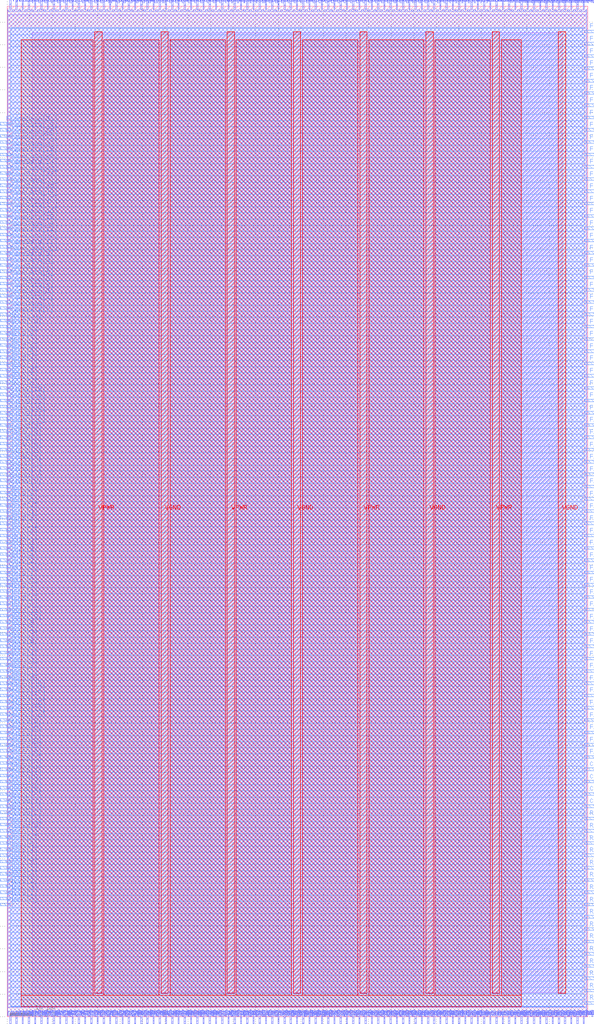
<source format=lef>
VERSION 5.7 ;
  NOWIREEXTENSIONATPIN ON ;
  DIVIDERCHAR "/" ;
  BUSBITCHARS "[]" ;
MACRO RAM_IO
  CLASS BLOCK ;
  FOREIGN RAM_IO ;
  ORIGIN 0.000 0.000 ;
  SIZE 128.500 BY 223.500 ;
  PIN Config_accessC_bit0
    DIRECTION OUTPUT TRISTATE ;
    USE SIGNAL ;
    ANTENNADIFFAREA 0.445500 ;
    PORT
      LAYER met3 ;
        RECT 127.700 46.280 130.000 46.880 ;
    END
  END Config_accessC_bit0
  PIN Config_accessC_bit1
    DIRECTION OUTPUT TRISTATE ;
    USE SIGNAL ;
    ANTENNADIFFAREA 0.795200 ;
    PORT
      LAYER met3 ;
        RECT 127.700 49.000 130.000 49.600 ;
    END
  END Config_accessC_bit1
  PIN Config_accessC_bit2
    DIRECTION OUTPUT TRISTATE ;
    USE SIGNAL ;
    ANTENNADIFFAREA 0.445500 ;
    PORT
      LAYER met3 ;
        RECT 127.700 51.720 130.000 52.320 ;
    END
  END Config_accessC_bit2
  PIN Config_accessC_bit3
    DIRECTION OUTPUT TRISTATE ;
    USE SIGNAL ;
    ANTENNADIFFAREA 0.795200 ;
    PORT
      LAYER met3 ;
        RECT 127.700 54.440 130.000 55.040 ;
    END
  END Config_accessC_bit3
  PIN E1END[0]
    DIRECTION INPUT ;
    USE SIGNAL ;
    ANTENNAGATEAREA 0.213000 ;
    PORT
      LAYER met3 ;
        RECT -1.500 89.800 0.800 90.400 ;
    END
  END E1END[0]
  PIN E1END[1]
    DIRECTION INPUT ;
    USE SIGNAL ;
    ANTENNAGATEAREA 0.159000 ;
    PORT
      LAYER met3 ;
        RECT -1.500 91.160 0.800 91.760 ;
    END
  END E1END[1]
  PIN E1END[2]
    DIRECTION INPUT ;
    USE SIGNAL ;
    ANTENNAGATEAREA 0.159000 ;
    PORT
      LAYER met3 ;
        RECT -1.500 92.520 0.800 93.120 ;
    END
  END E1END[2]
  PIN E1END[3]
    DIRECTION INPUT ;
    USE SIGNAL ;
    ANTENNAGATEAREA 0.159000 ;
    PORT
      LAYER met3 ;
        RECT -1.500 93.880 0.800 94.480 ;
    END
  END E1END[3]
  PIN E2END[0]
    DIRECTION INPUT ;
    USE SIGNAL ;
    ANTENNAGATEAREA 0.196500 ;
    PORT
      LAYER met3 ;
        RECT -1.500 106.120 0.800 106.720 ;
    END
  END E2END[0]
  PIN E2END[1]
    DIRECTION INPUT ;
    USE SIGNAL ;
    ANTENNAGATEAREA 0.213000 ;
    PORT
      LAYER met3 ;
        RECT -1.500 107.480 0.800 108.080 ;
    END
  END E2END[1]
  PIN E2END[2]
    DIRECTION INPUT ;
    USE SIGNAL ;
    ANTENNAGATEAREA 0.196500 ;
    PORT
      LAYER met3 ;
        RECT -1.500 108.840 0.800 109.440 ;
    END
  END E2END[2]
  PIN E2END[3]
    DIRECTION INPUT ;
    USE SIGNAL ;
    ANTENNAGATEAREA 0.196500 ;
    PORT
      LAYER met3 ;
        RECT -1.500 110.200 0.800 110.800 ;
    END
  END E2END[3]
  PIN E2END[4]
    DIRECTION INPUT ;
    USE SIGNAL ;
    ANTENNAGATEAREA 0.213000 ;
    PORT
      LAYER met3 ;
        RECT -1.500 111.560 0.800 112.160 ;
    END
  END E2END[4]
  PIN E2END[5]
    DIRECTION INPUT ;
    USE SIGNAL ;
    ANTENNAGATEAREA 0.213000 ;
    PORT
      LAYER met3 ;
        RECT -1.500 112.920 0.800 113.520 ;
    END
  END E2END[5]
  PIN E2END[6]
    DIRECTION INPUT ;
    USE SIGNAL ;
    ANTENNAGATEAREA 0.213000 ;
    PORT
      LAYER met3 ;
        RECT -1.500 114.280 0.800 114.880 ;
    END
  END E2END[6]
  PIN E2END[7]
    DIRECTION INPUT ;
    USE SIGNAL ;
    ANTENNAGATEAREA 0.196500 ;
    PORT
      LAYER met3 ;
        RECT -1.500 115.640 0.800 116.240 ;
    END
  END E2END[7]
  PIN E2MID[0]
    DIRECTION INPUT ;
    USE SIGNAL ;
    ANTENNAGATEAREA 0.196500 ;
    PORT
      LAYER met3 ;
        RECT -1.500 95.240 0.800 95.840 ;
    END
  END E2MID[0]
  PIN E2MID[1]
    DIRECTION INPUT ;
    USE SIGNAL ;
    ANTENNAGATEAREA 0.213000 ;
    PORT
      LAYER met3 ;
        RECT -1.500 96.600 0.800 97.200 ;
    END
  END E2MID[1]
  PIN E2MID[2]
    DIRECTION INPUT ;
    USE SIGNAL ;
    ANTENNAGATEAREA 0.196500 ;
    PORT
      LAYER met3 ;
        RECT -1.500 97.960 0.800 98.560 ;
    END
  END E2MID[2]
  PIN E2MID[3]
    DIRECTION INPUT ;
    USE SIGNAL ;
    ANTENNAGATEAREA 0.196500 ;
    PORT
      LAYER met3 ;
        RECT -1.500 99.320 0.800 99.920 ;
    END
  END E2MID[3]
  PIN E2MID[4]
    DIRECTION INPUT ;
    USE SIGNAL ;
    ANTENNAGATEAREA 0.213000 ;
    PORT
      LAYER met3 ;
        RECT -1.500 100.680 0.800 101.280 ;
    END
  END E2MID[4]
  PIN E2MID[5]
    DIRECTION INPUT ;
    USE SIGNAL ;
    ANTENNAGATEAREA 0.213000 ;
    PORT
      LAYER met3 ;
        RECT -1.500 102.040 0.800 102.640 ;
    END
  END E2MID[5]
  PIN E2MID[6]
    DIRECTION INPUT ;
    USE SIGNAL ;
    ANTENNAGATEAREA 0.213000 ;
    PORT
      LAYER met3 ;
        RECT -1.500 103.400 0.800 104.000 ;
    END
  END E2MID[6]
  PIN E2MID[7]
    DIRECTION INPUT ;
    USE SIGNAL ;
    ANTENNAGATEAREA 0.196500 ;
    PORT
      LAYER met3 ;
        RECT -1.500 104.760 0.800 105.360 ;
    END
  END E2MID[7]
  PIN E6END[0]
    DIRECTION INPUT ;
    USE SIGNAL ;
    ANTENNAGATEAREA 0.213000 ;
    PORT
      LAYER met3 ;
        RECT -1.500 138.760 0.800 139.360 ;
    END
  END E6END[0]
  PIN E6END[10]
    DIRECTION INPUT ;
    USE SIGNAL ;
    ANTENNAGATEAREA 0.196500 ;
    PORT
      LAYER met3 ;
        RECT -1.500 152.360 0.800 152.960 ;
    END
  END E6END[10]
  PIN E6END[11]
    DIRECTION INPUT ;
    USE SIGNAL ;
    ANTENNAGATEAREA 0.196500 ;
    PORT
      LAYER met3 ;
        RECT -1.500 153.720 0.800 154.320 ;
    END
  END E6END[11]
  PIN E6END[1]
    DIRECTION INPUT ;
    USE SIGNAL ;
    ANTENNAGATEAREA 0.213000 ;
    PORT
      LAYER met3 ;
        RECT -1.500 140.120 0.800 140.720 ;
    END
  END E6END[1]
  PIN E6END[2]
    DIRECTION INPUT ;
    USE SIGNAL ;
    ANTENNAGATEAREA 0.126000 ;
    PORT
      LAYER met3 ;
        RECT -1.500 141.480 0.800 142.080 ;
    END
  END E6END[2]
  PIN E6END[3]
    DIRECTION INPUT ;
    USE SIGNAL ;
    ANTENNAGATEAREA 0.126000 ;
    PORT
      LAYER met3 ;
        RECT -1.500 142.840 0.800 143.440 ;
    END
  END E6END[3]
  PIN E6END[4]
    DIRECTION INPUT ;
    USE SIGNAL ;
    ANTENNAGATEAREA 0.213000 ;
    PORT
      LAYER met3 ;
        RECT -1.500 144.200 0.800 144.800 ;
    END
  END E6END[4]
  PIN E6END[5]
    DIRECTION INPUT ;
    USE SIGNAL ;
    ANTENNAGATEAREA 0.126000 ;
    PORT
      LAYER met3 ;
        RECT -1.500 145.560 0.800 146.160 ;
    END
  END E6END[5]
  PIN E6END[6]
    DIRECTION INPUT ;
    USE SIGNAL ;
    ANTENNAGATEAREA 0.196500 ;
    PORT
      LAYER met3 ;
        RECT -1.500 146.920 0.800 147.520 ;
    END
  END E6END[6]
  PIN E6END[7]
    DIRECTION INPUT ;
    USE SIGNAL ;
    ANTENNAGATEAREA 0.213000 ;
    PORT
      LAYER met3 ;
        RECT -1.500 148.280 0.800 148.880 ;
    END
  END E6END[7]
  PIN E6END[8]
    DIRECTION INPUT ;
    USE SIGNAL ;
    ANTENNAGATEAREA 0.213000 ;
    PORT
      LAYER met3 ;
        RECT -1.500 149.640 0.800 150.240 ;
    END
  END E6END[8]
  PIN E6END[9]
    DIRECTION INPUT ;
    USE SIGNAL ;
    ANTENNAGATEAREA 0.196500 ;
    PORT
      LAYER met3 ;
        RECT -1.500 151.000 0.800 151.600 ;
    END
  END E6END[9]
  PIN EE4END[0]
    DIRECTION INPUT ;
    USE SIGNAL ;
    ANTENNAGATEAREA 0.196500 ;
    PORT
      LAYER met3 ;
        RECT -1.500 117.000 0.800 117.600 ;
    END
  END EE4END[0]
  PIN EE4END[10]
    DIRECTION INPUT ;
    USE SIGNAL ;
    ANTENNAGATEAREA 0.196500 ;
    PORT
      LAYER met3 ;
        RECT -1.500 130.600 0.800 131.200 ;
    END
  END EE4END[10]
  PIN EE4END[11]
    DIRECTION INPUT ;
    USE SIGNAL ;
    ANTENNAGATEAREA 0.196500 ;
    PORT
      LAYER met3 ;
        RECT -1.500 131.960 0.800 132.560 ;
    END
  END EE4END[11]
  PIN EE4END[12]
    DIRECTION INPUT ;
    USE SIGNAL ;
    ANTENNAGATEAREA 0.196500 ;
    PORT
      LAYER met3 ;
        RECT -1.500 133.320 0.800 133.920 ;
    END
  END EE4END[12]
  PIN EE4END[13]
    DIRECTION INPUT ;
    USE SIGNAL ;
    ANTENNAGATEAREA 0.196500 ;
    PORT
      LAYER met3 ;
        RECT -1.500 134.680 0.800 135.280 ;
    END
  END EE4END[13]
  PIN EE4END[14]
    DIRECTION INPUT ;
    USE SIGNAL ;
    ANTENNAGATEAREA 0.196500 ;
    PORT
      LAYER met3 ;
        RECT -1.500 136.040 0.800 136.640 ;
    END
  END EE4END[14]
  PIN EE4END[15]
    DIRECTION INPUT ;
    USE SIGNAL ;
    ANTENNAGATEAREA 0.196500 ;
    PORT
      LAYER met3 ;
        RECT -1.500 137.400 0.800 138.000 ;
    END
  END EE4END[15]
  PIN EE4END[1]
    DIRECTION INPUT ;
    USE SIGNAL ;
    ANTENNAGATEAREA 0.196500 ;
    PORT
      LAYER met3 ;
        RECT -1.500 118.360 0.800 118.960 ;
    END
  END EE4END[1]
  PIN EE4END[2]
    DIRECTION INPUT ;
    USE SIGNAL ;
    ANTENNAGATEAREA 0.196500 ;
    PORT
      LAYER met3 ;
        RECT -1.500 119.720 0.800 120.320 ;
    END
  END EE4END[2]
  PIN EE4END[3]
    DIRECTION INPUT ;
    USE SIGNAL ;
    ANTENNAGATEAREA 0.126000 ;
    PORT
      LAYER met3 ;
        RECT -1.500 121.080 0.800 121.680 ;
    END
  END EE4END[3]
  PIN EE4END[4]
    DIRECTION INPUT ;
    USE SIGNAL ;
    ANTENNAGATEAREA 0.196500 ;
    PORT
      LAYER met3 ;
        RECT -1.500 122.440 0.800 123.040 ;
    END
  END EE4END[4]
  PIN EE4END[5]
    DIRECTION INPUT ;
    USE SIGNAL ;
    ANTENNAGATEAREA 0.196500 ;
    PORT
      LAYER met3 ;
        RECT -1.500 123.800 0.800 124.400 ;
    END
  END EE4END[5]
  PIN EE4END[6]
    DIRECTION INPUT ;
    USE SIGNAL ;
    ANTENNAGATEAREA 0.196500 ;
    PORT
      LAYER met3 ;
        RECT -1.500 125.160 0.800 125.760 ;
    END
  END EE4END[6]
  PIN EE4END[7]
    DIRECTION INPUT ;
    USE SIGNAL ;
    ANTENNAGATEAREA 0.196500 ;
    PORT
      LAYER met3 ;
        RECT -1.500 126.520 0.800 127.120 ;
    END
  END EE4END[7]
  PIN EE4END[8]
    DIRECTION INPUT ;
    USE SIGNAL ;
    ANTENNAGATEAREA 0.196500 ;
    PORT
      LAYER met3 ;
        RECT -1.500 127.880 0.800 128.480 ;
    END
  END EE4END[8]
  PIN EE4END[9]
    DIRECTION INPUT ;
    USE SIGNAL ;
    ANTENNAGATEAREA 0.196500 ;
    PORT
      LAYER met3 ;
        RECT -1.500 129.240 0.800 129.840 ;
    END
  END EE4END[9]
  PIN FAB2RAM_A0_O0
    DIRECTION OUTPUT TRISTATE ;
    USE SIGNAL ;
    ANTENNADIFFAREA 0.445500 ;
    PORT
      LAYER met3 ;
        RECT 127.700 78.920 130.000 79.520 ;
    END
  END FAB2RAM_A0_O0
  PIN FAB2RAM_A0_O1
    DIRECTION OUTPUT TRISTATE ;
    USE SIGNAL ;
    ANTENNADIFFAREA 0.445500 ;
    PORT
      LAYER met3 ;
        RECT 127.700 81.640 130.000 82.240 ;
    END
  END FAB2RAM_A0_O1
  PIN FAB2RAM_A0_O2
    DIRECTION OUTPUT TRISTATE ;
    USE SIGNAL ;
    ANTENNADIFFAREA 0.795200 ;
    PORT
      LAYER met3 ;
        RECT 127.700 84.360 130.000 84.960 ;
    END
  END FAB2RAM_A0_O2
  PIN FAB2RAM_A0_O3
    DIRECTION OUTPUT TRISTATE ;
    USE SIGNAL ;
    ANTENNADIFFAREA 0.445500 ;
    PORT
      LAYER met3 ;
        RECT 127.700 87.080 130.000 87.680 ;
    END
  END FAB2RAM_A0_O3
  PIN FAB2RAM_A1_O0
    DIRECTION OUTPUT TRISTATE ;
    USE SIGNAL ;
    ANTENNADIFFAREA 0.445500 ;
    PORT
      LAYER met3 ;
        RECT 127.700 68.040 130.000 68.640 ;
    END
  END FAB2RAM_A1_O0
  PIN FAB2RAM_A1_O1
    DIRECTION OUTPUT TRISTATE ;
    USE SIGNAL ;
    ANTENNADIFFAREA 0.795200 ;
    PORT
      LAYER met3 ;
        RECT 127.700 70.760 130.000 71.360 ;
    END
  END FAB2RAM_A1_O1
  PIN FAB2RAM_A1_O2
    DIRECTION OUTPUT TRISTATE ;
    USE SIGNAL ;
    ANTENNADIFFAREA 0.445500 ;
    PORT
      LAYER met3 ;
        RECT 127.700 73.480 130.000 74.080 ;
    END
  END FAB2RAM_A1_O2
  PIN FAB2RAM_A1_O3
    DIRECTION OUTPUT TRISTATE ;
    USE SIGNAL ;
    ANTENNADIFFAREA 0.795200 ;
    PORT
      LAYER met3 ;
        RECT 127.700 76.200 130.000 76.800 ;
    END
  END FAB2RAM_A1_O3
  PIN FAB2RAM_C_O0
    DIRECTION OUTPUT TRISTATE ;
    USE SIGNAL ;
    ANTENNADIFFAREA 0.795200 ;
    PORT
      LAYER met3 ;
        RECT 127.700 57.160 130.000 57.760 ;
    END
  END FAB2RAM_C_O0
  PIN FAB2RAM_C_O1
    DIRECTION OUTPUT TRISTATE ;
    USE SIGNAL ;
    ANTENNADIFFAREA 0.445500 ;
    PORT
      LAYER met3 ;
        RECT 127.700 59.880 130.000 60.480 ;
    END
  END FAB2RAM_C_O1
  PIN FAB2RAM_C_O2
    DIRECTION OUTPUT TRISTATE ;
    USE SIGNAL ;
    ANTENNADIFFAREA 0.795200 ;
    PORT
      LAYER met3 ;
        RECT 127.700 62.600 130.000 63.200 ;
    END
  END FAB2RAM_C_O2
  PIN FAB2RAM_C_O3
    DIRECTION OUTPUT TRISTATE ;
    USE SIGNAL ;
    ANTENNADIFFAREA 0.445500 ;
    PORT
      LAYER met3 ;
        RECT 127.700 65.320 130.000 65.920 ;
    END
  END FAB2RAM_C_O3
  PIN FAB2RAM_D0_O0
    DIRECTION OUTPUT TRISTATE ;
    USE SIGNAL ;
    ANTENNADIFFAREA 0.795200 ;
    PORT
      LAYER met3 ;
        RECT 127.700 122.440 130.000 123.040 ;
    END
  END FAB2RAM_D0_O0
  PIN FAB2RAM_D0_O1
    DIRECTION OUTPUT TRISTATE ;
    USE SIGNAL ;
    ANTENNADIFFAREA 0.445500 ;
    PORT
      LAYER met3 ;
        RECT 127.700 125.160 130.000 125.760 ;
    END
  END FAB2RAM_D0_O1
  PIN FAB2RAM_D0_O2
    DIRECTION OUTPUT TRISTATE ;
    USE SIGNAL ;
    ANTENNADIFFAREA 0.445500 ;
    PORT
      LAYER met3 ;
        RECT 127.700 127.880 130.000 128.480 ;
    END
  END FAB2RAM_D0_O2
  PIN FAB2RAM_D0_O3
    DIRECTION OUTPUT TRISTATE ;
    USE SIGNAL ;
    ANTENNADIFFAREA 0.795200 ;
    PORT
      LAYER met3 ;
        RECT 127.700 130.600 130.000 131.200 ;
    END
  END FAB2RAM_D0_O3
  PIN FAB2RAM_D1_O0
    DIRECTION OUTPUT TRISTATE ;
    USE SIGNAL ;
    ANTENNADIFFAREA 0.445500 ;
    PORT
      LAYER met3 ;
        RECT 127.700 111.560 130.000 112.160 ;
    END
  END FAB2RAM_D1_O0
  PIN FAB2RAM_D1_O1
    DIRECTION OUTPUT TRISTATE ;
    USE SIGNAL ;
    ANTENNADIFFAREA 0.445500 ;
    PORT
      LAYER met3 ;
        RECT 127.700 114.280 130.000 114.880 ;
    END
  END FAB2RAM_D1_O1
  PIN FAB2RAM_D1_O2
    DIRECTION OUTPUT TRISTATE ;
    USE SIGNAL ;
    ANTENNADIFFAREA 0.795200 ;
    PORT
      LAYER met3 ;
        RECT 127.700 117.000 130.000 117.600 ;
    END
  END FAB2RAM_D1_O2
  PIN FAB2RAM_D1_O3
    DIRECTION OUTPUT TRISTATE ;
    USE SIGNAL ;
    ANTENNADIFFAREA 0.445500 ;
    PORT
      LAYER met3 ;
        RECT 127.700 119.720 130.000 120.320 ;
    END
  END FAB2RAM_D1_O3
  PIN FAB2RAM_D2_O0
    DIRECTION OUTPUT TRISTATE ;
    USE SIGNAL ;
    ANTENNADIFFAREA 0.795200 ;
    PORT
      LAYER met3 ;
        RECT 127.700 100.680 130.000 101.280 ;
    END
  END FAB2RAM_D2_O0
  PIN FAB2RAM_D2_O1
    DIRECTION OUTPUT TRISTATE ;
    USE SIGNAL ;
    ANTENNADIFFAREA 0.795200 ;
    PORT
      LAYER met3 ;
        RECT 127.700 103.400 130.000 104.000 ;
    END
  END FAB2RAM_D2_O1
  PIN FAB2RAM_D2_O2
    DIRECTION OUTPUT TRISTATE ;
    USE SIGNAL ;
    ANTENNADIFFAREA 0.445500 ;
    PORT
      LAYER met3 ;
        RECT 127.700 106.120 130.000 106.720 ;
    END
  END FAB2RAM_D2_O2
  PIN FAB2RAM_D2_O3
    DIRECTION OUTPUT TRISTATE ;
    USE SIGNAL ;
    ANTENNADIFFAREA 0.445500 ;
    PORT
      LAYER met3 ;
        RECT 127.700 108.840 130.000 109.440 ;
    END
  END FAB2RAM_D2_O3
  PIN FAB2RAM_D3_O0
    DIRECTION OUTPUT TRISTATE ;
    USE SIGNAL ;
    ANTENNADIFFAREA 0.795200 ;
    PORT
      LAYER met3 ;
        RECT 127.700 89.800 130.000 90.400 ;
    END
  END FAB2RAM_D3_O0
  PIN FAB2RAM_D3_O1
    DIRECTION OUTPUT TRISTATE ;
    USE SIGNAL ;
    ANTENNADIFFAREA 0.445500 ;
    PORT
      LAYER met3 ;
        RECT 127.700 92.520 130.000 93.120 ;
    END
  END FAB2RAM_D3_O1
  PIN FAB2RAM_D3_O2
    DIRECTION OUTPUT TRISTATE ;
    USE SIGNAL ;
    ANTENNADIFFAREA 0.795200 ;
    PORT
      LAYER met3 ;
        RECT 127.700 95.240 130.000 95.840 ;
    END
  END FAB2RAM_D3_O2
  PIN FAB2RAM_D3_O3
    DIRECTION OUTPUT TRISTATE ;
    USE SIGNAL ;
    ANTENNADIFFAREA 0.795200 ;
    PORT
      LAYER met3 ;
        RECT 127.700 97.960 130.000 98.560 ;
    END
  END FAB2RAM_D3_O3
  PIN FrameData[0]
    DIRECTION INPUT ;
    USE SIGNAL ;
    ANTENNAGATEAREA 0.247500 ;
    PORT
      LAYER met3 ;
        RECT -1.500 155.080 0.800 155.680 ;
    END
  END FrameData[0]
  PIN FrameData[10]
    DIRECTION INPUT ;
    USE SIGNAL ;
    ANTENNAGATEAREA 0.247500 ;
    PORT
      LAYER met3 ;
        RECT -1.500 168.680 0.800 169.280 ;
    END
  END FrameData[10]
  PIN FrameData[11]
    DIRECTION INPUT ;
    USE SIGNAL ;
    ANTENNAGATEAREA 0.247500 ;
    PORT
      LAYER met3 ;
        RECT -1.500 170.040 0.800 170.640 ;
    END
  END FrameData[11]
  PIN FrameData[12]
    DIRECTION INPUT ;
    USE SIGNAL ;
    ANTENNAGATEAREA 0.247500 ;
    PORT
      LAYER met3 ;
        RECT -1.500 171.400 0.800 172.000 ;
    END
  END FrameData[12]
  PIN FrameData[13]
    DIRECTION INPUT ;
    USE SIGNAL ;
    ANTENNAGATEAREA 0.247500 ;
    PORT
      LAYER met3 ;
        RECT -1.500 172.760 0.800 173.360 ;
    END
  END FrameData[13]
  PIN FrameData[14]
    DIRECTION INPUT ;
    USE SIGNAL ;
    ANTENNAGATEAREA 0.247500 ;
    PORT
      LAYER met3 ;
        RECT -1.500 174.120 0.800 174.720 ;
    END
  END FrameData[14]
  PIN FrameData[15]
    DIRECTION INPUT ;
    USE SIGNAL ;
    ANTENNAGATEAREA 0.247500 ;
    PORT
      LAYER met3 ;
        RECT -1.500 175.480 0.800 176.080 ;
    END
  END FrameData[15]
  PIN FrameData[16]
    DIRECTION INPUT ;
    USE SIGNAL ;
    ANTENNAGATEAREA 0.247500 ;
    PORT
      LAYER met3 ;
        RECT -1.500 176.840 0.800 177.440 ;
    END
  END FrameData[16]
  PIN FrameData[17]
    DIRECTION INPUT ;
    USE SIGNAL ;
    ANTENNAGATEAREA 0.247500 ;
    PORT
      LAYER met3 ;
        RECT -1.500 178.200 0.800 178.800 ;
    END
  END FrameData[17]
  PIN FrameData[18]
    DIRECTION INPUT ;
    USE SIGNAL ;
    ANTENNAGATEAREA 0.247500 ;
    PORT
      LAYER met3 ;
        RECT -1.500 179.560 0.800 180.160 ;
    END
  END FrameData[18]
  PIN FrameData[19]
    DIRECTION INPUT ;
    USE SIGNAL ;
    ANTENNAGATEAREA 0.247500 ;
    PORT
      LAYER met3 ;
        RECT -1.500 180.920 0.800 181.520 ;
    END
  END FrameData[19]
  PIN FrameData[1]
    DIRECTION INPUT ;
    USE SIGNAL ;
    ANTENNAGATEAREA 0.247500 ;
    PORT
      LAYER met3 ;
        RECT -1.500 156.440 0.800 157.040 ;
    END
  END FrameData[1]
  PIN FrameData[20]
    DIRECTION INPUT ;
    USE SIGNAL ;
    ANTENNAGATEAREA 0.247500 ;
    PORT
      LAYER met3 ;
        RECT -1.500 182.280 0.800 182.880 ;
    END
  END FrameData[20]
  PIN FrameData[21]
    DIRECTION INPUT ;
    USE SIGNAL ;
    ANTENNAGATEAREA 0.247500 ;
    PORT
      LAYER met3 ;
        RECT -1.500 183.640 0.800 184.240 ;
    END
  END FrameData[21]
  PIN FrameData[22]
    DIRECTION INPUT ;
    USE SIGNAL ;
    ANTENNAGATEAREA 0.247500 ;
    PORT
      LAYER met3 ;
        RECT -1.500 185.000 0.800 185.600 ;
    END
  END FrameData[22]
  PIN FrameData[23]
    DIRECTION INPUT ;
    USE SIGNAL ;
    ANTENNAGATEAREA 0.247500 ;
    PORT
      LAYER met3 ;
        RECT -1.500 186.360 0.800 186.960 ;
    END
  END FrameData[23]
  PIN FrameData[24]
    DIRECTION INPUT ;
    USE SIGNAL ;
    ANTENNAGATEAREA 0.247500 ;
    PORT
      LAYER met3 ;
        RECT -1.500 187.720 0.800 188.320 ;
    END
  END FrameData[24]
  PIN FrameData[25]
    DIRECTION INPUT ;
    USE SIGNAL ;
    ANTENNAGATEAREA 0.247500 ;
    PORT
      LAYER met3 ;
        RECT -1.500 189.080 0.800 189.680 ;
    END
  END FrameData[25]
  PIN FrameData[26]
    DIRECTION INPUT ;
    USE SIGNAL ;
    ANTENNAGATEAREA 0.426000 ;
    PORT
      LAYER met3 ;
        RECT -1.500 190.440 0.800 191.040 ;
    END
  END FrameData[26]
  PIN FrameData[27]
    DIRECTION INPUT ;
    USE SIGNAL ;
    ANTENNAGATEAREA 0.426000 ;
    PORT
      LAYER met3 ;
        RECT -1.500 191.800 0.800 192.400 ;
    END
  END FrameData[27]
  PIN FrameData[28]
    DIRECTION INPUT ;
    USE SIGNAL ;
    ANTENNAGATEAREA 0.247500 ;
    PORT
      LAYER met3 ;
        RECT -1.500 193.160 0.800 193.760 ;
    END
  END FrameData[28]
  PIN FrameData[29]
    DIRECTION INPUT ;
    USE SIGNAL ;
    ANTENNAGATEAREA 0.247500 ;
    PORT
      LAYER met3 ;
        RECT -1.500 194.520 0.800 195.120 ;
    END
  END FrameData[29]
  PIN FrameData[2]
    DIRECTION INPUT ;
    USE SIGNAL ;
    ANTENNAGATEAREA 0.247500 ;
    PORT
      LAYER met3 ;
        RECT -1.500 157.800 0.800 158.400 ;
    END
  END FrameData[2]
  PIN FrameData[30]
    DIRECTION INPUT ;
    USE SIGNAL ;
    ANTENNAGATEAREA 0.426000 ;
    PORT
      LAYER met3 ;
        RECT -1.500 195.880 0.800 196.480 ;
    END
  END FrameData[30]
  PIN FrameData[31]
    DIRECTION INPUT ;
    USE SIGNAL ;
    ANTENNAGATEAREA 0.426000 ;
    PORT
      LAYER met3 ;
        RECT -1.500 197.240 0.800 197.840 ;
    END
  END FrameData[31]
  PIN FrameData[3]
    DIRECTION INPUT ;
    USE SIGNAL ;
    ANTENNAGATEAREA 0.247500 ;
    PORT
      LAYER met3 ;
        RECT -1.500 159.160 0.800 159.760 ;
    END
  END FrameData[3]
  PIN FrameData[4]
    DIRECTION INPUT ;
    USE SIGNAL ;
    ANTENNAGATEAREA 0.426000 ;
    PORT
      LAYER met3 ;
        RECT -1.500 160.520 0.800 161.120 ;
    END
  END FrameData[4]
  PIN FrameData[5]
    DIRECTION INPUT ;
    USE SIGNAL ;
    ANTENNAGATEAREA 0.247500 ;
    PORT
      LAYER met3 ;
        RECT -1.500 161.880 0.800 162.480 ;
    END
  END FrameData[5]
  PIN FrameData[6]
    DIRECTION INPUT ;
    USE SIGNAL ;
    ANTENNAGATEAREA 0.426000 ;
    PORT
      LAYER met3 ;
        RECT -1.500 163.240 0.800 163.840 ;
    END
  END FrameData[6]
  PIN FrameData[7]
    DIRECTION INPUT ;
    USE SIGNAL ;
    ANTENNAGATEAREA 0.247500 ;
    PORT
      LAYER met3 ;
        RECT -1.500 164.600 0.800 165.200 ;
    END
  END FrameData[7]
  PIN FrameData[8]
    DIRECTION INPUT ;
    USE SIGNAL ;
    ANTENNAGATEAREA 0.247500 ;
    PORT
      LAYER met3 ;
        RECT -1.500 165.960 0.800 166.560 ;
    END
  END FrameData[8]
  PIN FrameData[9]
    DIRECTION INPUT ;
    USE SIGNAL ;
    ANTENNAGATEAREA 0.247500 ;
    PORT
      LAYER met3 ;
        RECT -1.500 167.320 0.800 167.920 ;
    END
  END FrameData[9]
  PIN FrameData_O[0]
    DIRECTION OUTPUT TRISTATE ;
    USE SIGNAL ;
    ANTENNADIFFAREA 0.445500 ;
    PORT
      LAYER met3 ;
        RECT 127.700 133.320 130.000 133.920 ;
    END
  END FrameData_O[0]
  PIN FrameData_O[10]
    DIRECTION OUTPUT TRISTATE ;
    USE SIGNAL ;
    ANTENNADIFFAREA 0.445500 ;
    PORT
      LAYER met3 ;
        RECT 127.700 160.520 130.000 161.120 ;
    END
  END FrameData_O[10]
  PIN FrameData_O[11]
    DIRECTION OUTPUT TRISTATE ;
    USE SIGNAL ;
    ANTENNADIFFAREA 0.445500 ;
    PORT
      LAYER met3 ;
        RECT 127.700 163.240 130.000 163.840 ;
    END
  END FrameData_O[11]
  PIN FrameData_O[12]
    DIRECTION OUTPUT TRISTATE ;
    USE SIGNAL ;
    ANTENNADIFFAREA 0.445500 ;
    PORT
      LAYER met3 ;
        RECT 127.700 165.960 130.000 166.560 ;
    END
  END FrameData_O[12]
  PIN FrameData_O[13]
    DIRECTION OUTPUT TRISTATE ;
    USE SIGNAL ;
    ANTENNADIFFAREA 0.445500 ;
    PORT
      LAYER met3 ;
        RECT 127.700 168.680 130.000 169.280 ;
    END
  END FrameData_O[13]
  PIN FrameData_O[14]
    DIRECTION OUTPUT TRISTATE ;
    USE SIGNAL ;
    ANTENNADIFFAREA 0.795200 ;
    PORT
      LAYER met3 ;
        RECT 127.700 171.400 130.000 172.000 ;
    END
  END FrameData_O[14]
  PIN FrameData_O[15]
    DIRECTION OUTPUT TRISTATE ;
    USE SIGNAL ;
    ANTENNADIFFAREA 0.445500 ;
    PORT
      LAYER met3 ;
        RECT 127.700 174.120 130.000 174.720 ;
    END
  END FrameData_O[15]
  PIN FrameData_O[16]
    DIRECTION OUTPUT TRISTATE ;
    USE SIGNAL ;
    ANTENNADIFFAREA 0.445500 ;
    PORT
      LAYER met3 ;
        RECT 127.700 176.840 130.000 177.440 ;
    END
  END FrameData_O[16]
  PIN FrameData_O[17]
    DIRECTION OUTPUT TRISTATE ;
    USE SIGNAL ;
    ANTENNADIFFAREA 0.795200 ;
    PORT
      LAYER met3 ;
        RECT 127.700 179.560 130.000 180.160 ;
    END
  END FrameData_O[17]
  PIN FrameData_O[18]
    DIRECTION OUTPUT TRISTATE ;
    USE SIGNAL ;
    ANTENNADIFFAREA 0.445500 ;
    PORT
      LAYER met3 ;
        RECT 127.700 182.280 130.000 182.880 ;
    END
  END FrameData_O[18]
  PIN FrameData_O[19]
    DIRECTION OUTPUT TRISTATE ;
    USE SIGNAL ;
    ANTENNADIFFAREA 0.445500 ;
    PORT
      LAYER met3 ;
        RECT 127.700 185.000 130.000 185.600 ;
    END
  END FrameData_O[19]
  PIN FrameData_O[1]
    DIRECTION OUTPUT TRISTATE ;
    USE SIGNAL ;
    ANTENNADIFFAREA 0.445500 ;
    PORT
      LAYER met3 ;
        RECT 127.700 136.040 130.000 136.640 ;
    END
  END FrameData_O[1]
  PIN FrameData_O[20]
    DIRECTION OUTPUT TRISTATE ;
    USE SIGNAL ;
    ANTENNADIFFAREA 0.445500 ;
    PORT
      LAYER met3 ;
        RECT 127.700 187.720 130.000 188.320 ;
    END
  END FrameData_O[20]
  PIN FrameData_O[21]
    DIRECTION OUTPUT TRISTATE ;
    USE SIGNAL ;
    ANTENNADIFFAREA 0.445500 ;
    PORT
      LAYER met3 ;
        RECT 127.700 190.440 130.000 191.040 ;
    END
  END FrameData_O[21]
  PIN FrameData_O[22]
    DIRECTION OUTPUT TRISTATE ;
    USE SIGNAL ;
    ANTENNADIFFAREA 0.795200 ;
    PORT
      LAYER met3 ;
        RECT 127.700 193.160 130.000 193.760 ;
    END
  END FrameData_O[22]
  PIN FrameData_O[23]
    DIRECTION OUTPUT TRISTATE ;
    USE SIGNAL ;
    ANTENNADIFFAREA 0.445500 ;
    PORT
      LAYER met3 ;
        RECT 127.700 195.880 130.000 196.480 ;
    END
  END FrameData_O[23]
  PIN FrameData_O[24]
    DIRECTION OUTPUT TRISTATE ;
    USE SIGNAL ;
    ANTENNADIFFAREA 0.795200 ;
    PORT
      LAYER met3 ;
        RECT 127.700 198.600 130.000 199.200 ;
    END
  END FrameData_O[24]
  PIN FrameData_O[25]
    DIRECTION OUTPUT TRISTATE ;
    USE SIGNAL ;
    ANTENNADIFFAREA 0.445500 ;
    PORT
      LAYER met3 ;
        RECT 127.700 201.320 130.000 201.920 ;
    END
  END FrameData_O[25]
  PIN FrameData_O[26]
    DIRECTION OUTPUT TRISTATE ;
    USE SIGNAL ;
    ANTENNADIFFAREA 0.445500 ;
    PORT
      LAYER met3 ;
        RECT 127.700 204.040 130.000 204.640 ;
    END
  END FrameData_O[26]
  PIN FrameData_O[27]
    DIRECTION OUTPUT TRISTATE ;
    USE SIGNAL ;
    ANTENNADIFFAREA 0.795200 ;
    PORT
      LAYER met3 ;
        RECT 127.700 206.760 130.000 207.360 ;
    END
  END FrameData_O[27]
  PIN FrameData_O[28]
    DIRECTION OUTPUT TRISTATE ;
    USE SIGNAL ;
    ANTENNADIFFAREA 0.445500 ;
    PORT
      LAYER met3 ;
        RECT 127.700 209.480 130.000 210.080 ;
    END
  END FrameData_O[28]
  PIN FrameData_O[29]
    DIRECTION OUTPUT TRISTATE ;
    USE SIGNAL ;
    ANTENNADIFFAREA 0.795200 ;
    PORT
      LAYER met3 ;
        RECT 127.700 212.200 130.000 212.800 ;
    END
  END FrameData_O[29]
  PIN FrameData_O[2]
    DIRECTION OUTPUT TRISTATE ;
    USE SIGNAL ;
    ANTENNADIFFAREA 0.445500 ;
    PORT
      LAYER met3 ;
        RECT 127.700 138.760 130.000 139.360 ;
    END
  END FrameData_O[2]
  PIN FrameData_O[30]
    DIRECTION OUTPUT TRISTATE ;
    USE SIGNAL ;
    ANTENNADIFFAREA 0.795200 ;
    PORT
      LAYER met3 ;
        RECT 127.700 214.920 130.000 215.520 ;
    END
  END FrameData_O[30]
  PIN FrameData_O[31]
    DIRECTION OUTPUT TRISTATE ;
    USE SIGNAL ;
    ANTENNADIFFAREA 0.795200 ;
    PORT
      LAYER met3 ;
        RECT 127.700 217.640 130.000 218.240 ;
    END
  END FrameData_O[31]
  PIN FrameData_O[3]
    DIRECTION OUTPUT TRISTATE ;
    USE SIGNAL ;
    ANTENNADIFFAREA 0.445500 ;
    PORT
      LAYER met3 ;
        RECT 127.700 141.480 130.000 142.080 ;
    END
  END FrameData_O[3]
  PIN FrameData_O[4]
    DIRECTION OUTPUT TRISTATE ;
    USE SIGNAL ;
    ANTENNADIFFAREA 0.795200 ;
    PORT
      LAYER met3 ;
        RECT 127.700 144.200 130.000 144.800 ;
    END
  END FrameData_O[4]
  PIN FrameData_O[5]
    DIRECTION OUTPUT TRISTATE ;
    USE SIGNAL ;
    ANTENNADIFFAREA 0.445500 ;
    PORT
      LAYER met3 ;
        RECT 127.700 146.920 130.000 147.520 ;
    END
  END FrameData_O[5]
  PIN FrameData_O[6]
    DIRECTION OUTPUT TRISTATE ;
    USE SIGNAL ;
    ANTENNADIFFAREA 0.445500 ;
    PORT
      LAYER met3 ;
        RECT 127.700 149.640 130.000 150.240 ;
    END
  END FrameData_O[6]
  PIN FrameData_O[7]
    DIRECTION OUTPUT TRISTATE ;
    USE SIGNAL ;
    ANTENNADIFFAREA 0.795200 ;
    PORT
      LAYER met3 ;
        RECT 127.700 152.360 130.000 152.960 ;
    END
  END FrameData_O[7]
  PIN FrameData_O[8]
    DIRECTION OUTPUT TRISTATE ;
    USE SIGNAL ;
    ANTENNADIFFAREA 0.445500 ;
    PORT
      LAYER met3 ;
        RECT 127.700 155.080 130.000 155.680 ;
    END
  END FrameData_O[8]
  PIN FrameData_O[9]
    DIRECTION OUTPUT TRISTATE ;
    USE SIGNAL ;
    ANTENNADIFFAREA 0.795200 ;
    PORT
      LAYER met3 ;
        RECT 127.700 157.800 130.000 158.400 ;
    END
  END FrameData_O[9]
  PIN FrameStrobe[0]
    DIRECTION INPUT ;
    USE SIGNAL ;
    ANTENNAGATEAREA 0.742500 ;
    PORT
      LAYER met2 ;
        RECT 101.290 -1.500 101.570 0.800 ;
    END
  END FrameStrobe[0]
  PIN FrameStrobe[10]
    DIRECTION INPUT ;
    USE SIGNAL ;
    ANTENNAGATEAREA 0.159000 ;
    PORT
      LAYER met2 ;
        RECT 115.090 -1.500 115.370 0.800 ;
    END
  END FrameStrobe[10]
  PIN FrameStrobe[11]
    DIRECTION INPUT ;
    USE SIGNAL ;
    ANTENNAGATEAREA 0.213000 ;
    PORT
      LAYER met2 ;
        RECT 116.470 -1.500 116.750 0.800 ;
    END
  END FrameStrobe[11]
  PIN FrameStrobe[12]
    DIRECTION INPUT ;
    USE SIGNAL ;
    ANTENNAGATEAREA 0.213000 ;
    PORT
      LAYER met2 ;
        RECT 117.850 -1.500 118.130 0.800 ;
    END
  END FrameStrobe[12]
  PIN FrameStrobe[13]
    DIRECTION INPUT ;
    USE SIGNAL ;
    ANTENNAGATEAREA 0.213000 ;
    PORT
      LAYER met2 ;
        RECT 119.230 -1.500 119.510 0.800 ;
    END
  END FrameStrobe[13]
  PIN FrameStrobe[14]
    DIRECTION INPUT ;
    USE SIGNAL ;
    ANTENNAGATEAREA 0.213000 ;
    PORT
      LAYER met2 ;
        RECT 120.610 -1.500 120.890 0.800 ;
    END
  END FrameStrobe[14]
  PIN FrameStrobe[15]
    DIRECTION INPUT ;
    USE SIGNAL ;
    ANTENNAGATEAREA 0.213000 ;
    PORT
      LAYER met2 ;
        RECT 121.990 -1.500 122.270 0.800 ;
    END
  END FrameStrobe[15]
  PIN FrameStrobe[16]
    DIRECTION INPUT ;
    USE SIGNAL ;
    ANTENNAGATEAREA 0.126000 ;
    PORT
      LAYER met2 ;
        RECT 123.370 -1.500 123.650 0.800 ;
    END
  END FrameStrobe[16]
  PIN FrameStrobe[17]
    DIRECTION INPUT ;
    USE SIGNAL ;
    ANTENNAGATEAREA 0.126000 ;
    PORT
      LAYER met2 ;
        RECT 124.750 -1.500 125.030 0.800 ;
    END
  END FrameStrobe[17]
  PIN FrameStrobe[18]
    DIRECTION INPUT ;
    USE SIGNAL ;
    ANTENNAGATEAREA 0.126000 ;
    PORT
      LAYER met2 ;
        RECT 126.130 -1.500 126.410 0.800 ;
    END
  END FrameStrobe[18]
  PIN FrameStrobe[19]
    DIRECTION INPUT ;
    USE SIGNAL ;
    ANTENNAGATEAREA 0.213000 ;
    PORT
      LAYER met2 ;
        RECT 127.510 -1.500 127.790 0.800 ;
    END
  END FrameStrobe[19]
  PIN FrameStrobe[1]
    DIRECTION INPUT ;
    USE SIGNAL ;
    ANTENNAGATEAREA 0.852000 ;
    PORT
      LAYER met2 ;
        RECT 102.670 -1.500 102.950 0.800 ;
    END
  END FrameStrobe[1]
  PIN FrameStrobe[2]
    DIRECTION INPUT ;
    USE SIGNAL ;
    ANTENNAGATEAREA 0.742500 ;
    PORT
      LAYER met2 ;
        RECT 104.050 -1.500 104.330 0.800 ;
    END
  END FrameStrobe[2]
  PIN FrameStrobe[3]
    DIRECTION INPUT ;
    USE SIGNAL ;
    ANTENNAGATEAREA 0.742500 ;
    PORT
      LAYER met2 ;
        RECT 105.430 -1.500 105.710 0.800 ;
    END
  END FrameStrobe[3]
  PIN FrameStrobe[4]
    DIRECTION INPUT ;
    USE SIGNAL ;
    ANTENNAGATEAREA 0.852000 ;
    PORT
      LAYER met2 ;
        RECT 106.810 -1.500 107.090 0.800 ;
    END
  END FrameStrobe[4]
  PIN FrameStrobe[5]
    DIRECTION INPUT ;
    USE SIGNAL ;
    ANTENNAGATEAREA 0.742500 ;
    PORT
      LAYER met2 ;
        RECT 108.190 -1.500 108.470 0.800 ;
    END
  END FrameStrobe[5]
  PIN FrameStrobe[6]
    DIRECTION INPUT ;
    USE SIGNAL ;
    ANTENNAGATEAREA 0.742500 ;
    PORT
      LAYER met2 ;
        RECT 109.570 -1.500 109.850 0.800 ;
    END
  END FrameStrobe[6]
  PIN FrameStrobe[7]
    DIRECTION INPUT ;
    USE SIGNAL ;
    ANTENNAGATEAREA 0.742500 ;
    PORT
      LAYER met2 ;
        RECT 110.950 -1.500 111.230 0.800 ;
    END
  END FrameStrobe[7]
  PIN FrameStrobe[8]
    DIRECTION INPUT ;
    USE SIGNAL ;
    ANTENNAGATEAREA 0.742500 ;
    PORT
      LAYER met2 ;
        RECT 112.330 -1.500 112.610 0.800 ;
    END
  END FrameStrobe[8]
  PIN FrameStrobe[9]
    DIRECTION INPUT ;
    USE SIGNAL ;
    ANTENNAGATEAREA 0.742500 ;
    PORT
      LAYER met2 ;
        RECT 113.710 -1.500 113.990 0.800 ;
    END
  END FrameStrobe[9]
  PIN FrameStrobe_O[0]
    DIRECTION OUTPUT TRISTATE ;
    USE SIGNAL ;
    ANTENNADIFFAREA 0.445500 ;
    PORT
      LAYER met2 ;
        RECT 101.290 222.700 101.570 225.000 ;
    END
  END FrameStrobe_O[0]
  PIN FrameStrobe_O[10]
    DIRECTION OUTPUT TRISTATE ;
    USE SIGNAL ;
    ANTENNADIFFAREA 0.795200 ;
    PORT
      LAYER met2 ;
        RECT 115.090 222.700 115.370 225.000 ;
    END
  END FrameStrobe_O[10]
  PIN FrameStrobe_O[11]
    DIRECTION OUTPUT TRISTATE ;
    USE SIGNAL ;
    ANTENNADIFFAREA 0.795200 ;
    PORT
      LAYER met2 ;
        RECT 116.470 222.700 116.750 225.000 ;
    END
  END FrameStrobe_O[11]
  PIN FrameStrobe_O[12]
    DIRECTION OUTPUT TRISTATE ;
    USE SIGNAL ;
    ANTENNADIFFAREA 0.795200 ;
    PORT
      LAYER met2 ;
        RECT 117.850 222.700 118.130 225.000 ;
    END
  END FrameStrobe_O[12]
  PIN FrameStrobe_O[13]
    DIRECTION OUTPUT TRISTATE ;
    USE SIGNAL ;
    ANTENNADIFFAREA 0.795200 ;
    PORT
      LAYER met2 ;
        RECT 119.230 222.700 119.510 225.000 ;
    END
  END FrameStrobe_O[13]
  PIN FrameStrobe_O[14]
    DIRECTION OUTPUT TRISTATE ;
    USE SIGNAL ;
    ANTENNADIFFAREA 0.795200 ;
    PORT
      LAYER met2 ;
        RECT 120.610 222.700 120.890 225.000 ;
    END
  END FrameStrobe_O[14]
  PIN FrameStrobe_O[15]
    DIRECTION OUTPUT TRISTATE ;
    USE SIGNAL ;
    ANTENNADIFFAREA 0.795200 ;
    PORT
      LAYER met2 ;
        RECT 121.990 222.700 122.270 225.000 ;
    END
  END FrameStrobe_O[15]
  PIN FrameStrobe_O[16]
    DIRECTION OUTPUT TRISTATE ;
    USE SIGNAL ;
    ANTENNADIFFAREA 0.795200 ;
    PORT
      LAYER met2 ;
        RECT 123.370 222.700 123.650 225.000 ;
    END
  END FrameStrobe_O[16]
  PIN FrameStrobe_O[17]
    DIRECTION OUTPUT TRISTATE ;
    USE SIGNAL ;
    ANTENNADIFFAREA 0.795200 ;
    PORT
      LAYER met2 ;
        RECT 124.750 222.700 125.030 225.000 ;
    END
  END FrameStrobe_O[17]
  PIN FrameStrobe_O[18]
    DIRECTION OUTPUT TRISTATE ;
    USE SIGNAL ;
    ANTENNADIFFAREA 0.795200 ;
    PORT
      LAYER met2 ;
        RECT 126.130 222.700 126.410 225.000 ;
    END
  END FrameStrobe_O[18]
  PIN FrameStrobe_O[19]
    DIRECTION OUTPUT TRISTATE ;
    USE SIGNAL ;
    ANTENNADIFFAREA 0.795200 ;
    PORT
      LAYER met2 ;
        RECT 127.510 222.700 127.790 225.000 ;
    END
  END FrameStrobe_O[19]
  PIN FrameStrobe_O[1]
    DIRECTION OUTPUT TRISTATE ;
    USE SIGNAL ;
    ANTENNADIFFAREA 0.795200 ;
    PORT
      LAYER met2 ;
        RECT 102.670 222.700 102.950 225.000 ;
    END
  END FrameStrobe_O[1]
  PIN FrameStrobe_O[2]
    DIRECTION OUTPUT TRISTATE ;
    USE SIGNAL ;
    ANTENNADIFFAREA 0.445500 ;
    PORT
      LAYER met2 ;
        RECT 104.050 222.700 104.330 225.000 ;
    END
  END FrameStrobe_O[2]
  PIN FrameStrobe_O[3]
    DIRECTION OUTPUT TRISTATE ;
    USE SIGNAL ;
    ANTENNADIFFAREA 0.445500 ;
    PORT
      LAYER met2 ;
        RECT 105.430 222.700 105.710 225.000 ;
    END
  END FrameStrobe_O[3]
  PIN FrameStrobe_O[4]
    DIRECTION OUTPUT TRISTATE ;
    USE SIGNAL ;
    ANTENNADIFFAREA 0.795200 ;
    PORT
      LAYER met2 ;
        RECT 106.810 222.700 107.090 225.000 ;
    END
  END FrameStrobe_O[4]
  PIN FrameStrobe_O[5]
    DIRECTION OUTPUT TRISTATE ;
    USE SIGNAL ;
    ANTENNADIFFAREA 0.795200 ;
    PORT
      LAYER met2 ;
        RECT 108.190 222.700 108.470 225.000 ;
    END
  END FrameStrobe_O[5]
  PIN FrameStrobe_O[6]
    DIRECTION OUTPUT TRISTATE ;
    USE SIGNAL ;
    ANTENNADIFFAREA 0.795200 ;
    PORT
      LAYER met2 ;
        RECT 109.570 222.700 109.850 225.000 ;
    END
  END FrameStrobe_O[6]
  PIN FrameStrobe_O[7]
    DIRECTION OUTPUT TRISTATE ;
    USE SIGNAL ;
    ANTENNADIFFAREA 0.795200 ;
    PORT
      LAYER met2 ;
        RECT 110.950 222.700 111.230 225.000 ;
    END
  END FrameStrobe_O[7]
  PIN FrameStrobe_O[8]
    DIRECTION OUTPUT TRISTATE ;
    USE SIGNAL ;
    ANTENNADIFFAREA 0.795200 ;
    PORT
      LAYER met2 ;
        RECT 112.330 222.700 112.610 225.000 ;
    END
  END FrameStrobe_O[8]
  PIN FrameStrobe_O[9]
    DIRECTION OUTPUT TRISTATE ;
    USE SIGNAL ;
    ANTENNADIFFAREA 0.795200 ;
    PORT
      LAYER met2 ;
        RECT 113.710 222.700 113.990 225.000 ;
    END
  END FrameStrobe_O[9]
  PIN N1BEG[0]
    DIRECTION OUTPUT TRISTATE ;
    USE SIGNAL ;
    ANTENNADIFFAREA 0.795200 ;
    PORT
      LAYER met2 ;
        RECT 0.550 222.700 0.830 225.000 ;
    END
  END N1BEG[0]
  PIN N1BEG[1]
    DIRECTION OUTPUT TRISTATE ;
    USE SIGNAL ;
    ANTENNADIFFAREA 0.795200 ;
    PORT
      LAYER met2 ;
        RECT 1.930 222.700 2.210 225.000 ;
    END
  END N1BEG[1]
  PIN N1BEG[2]
    DIRECTION OUTPUT TRISTATE ;
    USE SIGNAL ;
    ANTENNADIFFAREA 0.795200 ;
    PORT
      LAYER met2 ;
        RECT 3.310 222.700 3.590 225.000 ;
    END
  END N1BEG[2]
  PIN N1BEG[3]
    DIRECTION OUTPUT TRISTATE ;
    USE SIGNAL ;
    ANTENNADIFFAREA 0.795200 ;
    PORT
      LAYER met2 ;
        RECT 4.690 222.700 4.970 225.000 ;
    END
  END N1BEG[3]
  PIN N1END[0]
    DIRECTION INPUT ;
    USE SIGNAL ;
    ANTENNAGATEAREA 0.213000 ;
    PORT
      LAYER met2 ;
        RECT 0.550 -1.500 0.830 0.800 ;
    END
  END N1END[0]
  PIN N1END[1]
    DIRECTION INPUT ;
    USE SIGNAL ;
    ANTENNAGATEAREA 0.159000 ;
    PORT
      LAYER met2 ;
        RECT 1.930 -1.500 2.210 0.800 ;
    END
  END N1END[1]
  PIN N1END[2]
    DIRECTION INPUT ;
    USE SIGNAL ;
    ANTENNAGATEAREA 0.159000 ;
    PORT
      LAYER met2 ;
        RECT 3.310 -1.500 3.590 0.800 ;
    END
  END N1END[2]
  PIN N1END[3]
    DIRECTION INPUT ;
    USE SIGNAL ;
    ANTENNAGATEAREA 0.213000 ;
    PORT
      LAYER met2 ;
        RECT 4.690 -1.500 4.970 0.800 ;
    END
  END N1END[3]
  PIN N2BEG[0]
    DIRECTION OUTPUT TRISTATE ;
    USE SIGNAL ;
    ANTENNADIFFAREA 0.795200 ;
    PORT
      LAYER met2 ;
        RECT 6.070 222.700 6.350 225.000 ;
    END
  END N2BEG[0]
  PIN N2BEG[1]
    DIRECTION OUTPUT TRISTATE ;
    USE SIGNAL ;
    ANTENNADIFFAREA 0.795200 ;
    PORT
      LAYER met2 ;
        RECT 7.450 222.700 7.730 225.000 ;
    END
  END N2BEG[1]
  PIN N2BEG[2]
    DIRECTION OUTPUT TRISTATE ;
    USE SIGNAL ;
    ANTENNADIFFAREA 0.795200 ;
    PORT
      LAYER met2 ;
        RECT 8.830 222.700 9.110 225.000 ;
    END
  END N2BEG[2]
  PIN N2BEG[3]
    DIRECTION OUTPUT TRISTATE ;
    USE SIGNAL ;
    ANTENNADIFFAREA 0.795200 ;
    PORT
      LAYER met2 ;
        RECT 10.210 222.700 10.490 225.000 ;
    END
  END N2BEG[3]
  PIN N2BEG[4]
    DIRECTION OUTPUT TRISTATE ;
    USE SIGNAL ;
    ANTENNADIFFAREA 0.795200 ;
    PORT
      LAYER met2 ;
        RECT 11.590 222.700 11.870 225.000 ;
    END
  END N2BEG[4]
  PIN N2BEG[5]
    DIRECTION OUTPUT TRISTATE ;
    USE SIGNAL ;
    ANTENNADIFFAREA 0.795200 ;
    PORT
      LAYER met2 ;
        RECT 12.970 222.700 13.250 225.000 ;
    END
  END N2BEG[5]
  PIN N2BEG[6]
    DIRECTION OUTPUT TRISTATE ;
    USE SIGNAL ;
    ANTENNADIFFAREA 0.795200 ;
    PORT
      LAYER met2 ;
        RECT 14.350 222.700 14.630 225.000 ;
    END
  END N2BEG[6]
  PIN N2BEG[7]
    DIRECTION OUTPUT TRISTATE ;
    USE SIGNAL ;
    ANTENNADIFFAREA 0.795200 ;
    PORT
      LAYER met2 ;
        RECT 15.730 222.700 16.010 225.000 ;
    END
  END N2BEG[7]
  PIN N2BEGb[0]
    DIRECTION OUTPUT TRISTATE ;
    USE SIGNAL ;
    ANTENNADIFFAREA 0.795200 ;
    PORT
      LAYER met2 ;
        RECT 17.110 222.700 17.390 225.000 ;
    END
  END N2BEGb[0]
  PIN N2BEGb[1]
    DIRECTION OUTPUT TRISTATE ;
    USE SIGNAL ;
    ANTENNADIFFAREA 0.795200 ;
    PORT
      LAYER met2 ;
        RECT 18.490 222.700 18.770 225.000 ;
    END
  END N2BEGb[1]
  PIN N2BEGb[2]
    DIRECTION OUTPUT TRISTATE ;
    USE SIGNAL ;
    ANTENNADIFFAREA 0.795200 ;
    PORT
      LAYER met2 ;
        RECT 19.870 222.700 20.150 225.000 ;
    END
  END N2BEGb[2]
  PIN N2BEGb[3]
    DIRECTION OUTPUT TRISTATE ;
    USE SIGNAL ;
    ANTENNADIFFAREA 0.795200 ;
    PORT
      LAYER met2 ;
        RECT 21.250 222.700 21.530 225.000 ;
    END
  END N2BEGb[3]
  PIN N2BEGb[4]
    DIRECTION OUTPUT TRISTATE ;
    USE SIGNAL ;
    ANTENNADIFFAREA 0.795200 ;
    PORT
      LAYER met2 ;
        RECT 22.630 222.700 22.910 225.000 ;
    END
  END N2BEGb[4]
  PIN N2BEGb[5]
    DIRECTION OUTPUT TRISTATE ;
    USE SIGNAL ;
    ANTENNADIFFAREA 0.795200 ;
    PORT
      LAYER met2 ;
        RECT 24.010 222.700 24.290 225.000 ;
    END
  END N2BEGb[5]
  PIN N2BEGb[6]
    DIRECTION OUTPUT TRISTATE ;
    USE SIGNAL ;
    ANTENNADIFFAREA 0.445500 ;
    PORT
      LAYER met2 ;
        RECT 25.390 222.700 25.670 225.000 ;
    END
  END N2BEGb[6]
  PIN N2BEGb[7]
    DIRECTION OUTPUT TRISTATE ;
    USE SIGNAL ;
    ANTENNADIFFAREA 0.445500 ;
    PORT
      LAYER met2 ;
        RECT 26.770 222.700 27.050 225.000 ;
    END
  END N2BEGb[7]
  PIN N2END[0]
    DIRECTION INPUT ;
    USE SIGNAL ;
    ANTENNAGATEAREA 0.196500 ;
    PORT
      LAYER met2 ;
        RECT 17.110 -1.500 17.390 0.800 ;
    END
  END N2END[0]
  PIN N2END[1]
    DIRECTION INPUT ;
    USE SIGNAL ;
    ANTENNAGATEAREA 0.159000 ;
    PORT
      LAYER met2 ;
        RECT 18.490 -1.500 18.770 0.800 ;
    END
  END N2END[1]
  PIN N2END[2]
    DIRECTION INPUT ;
    USE SIGNAL ;
    ANTENNAGATEAREA 0.126000 ;
    PORT
      LAYER met2 ;
        RECT 19.870 -1.500 20.150 0.800 ;
    END
  END N2END[2]
  PIN N2END[3]
    DIRECTION INPUT ;
    USE SIGNAL ;
    ANTENNAGATEAREA 0.213000 ;
    PORT
      LAYER met2 ;
        RECT 21.250 -1.500 21.530 0.800 ;
    END
  END N2END[3]
  PIN N2END[4]
    DIRECTION INPUT ;
    USE SIGNAL ;
    ANTENNAGATEAREA 0.196500 ;
    PORT
      LAYER met2 ;
        RECT 22.630 -1.500 22.910 0.800 ;
    END
  END N2END[4]
  PIN N2END[5]
    DIRECTION INPUT ;
    USE SIGNAL ;
    ANTENNAGATEAREA 0.196500 ;
    PORT
      LAYER met2 ;
        RECT 24.010 -1.500 24.290 0.800 ;
    END
  END N2END[5]
  PIN N2END[6]
    DIRECTION INPUT ;
    USE SIGNAL ;
    ANTENNAGATEAREA 0.213000 ;
    PORT
      LAYER met2 ;
        RECT 25.390 -1.500 25.670 0.800 ;
    END
  END N2END[6]
  PIN N2END[7]
    DIRECTION INPUT ;
    USE SIGNAL ;
    ANTENNAGATEAREA 0.196500 ;
    PORT
      LAYER met2 ;
        RECT 26.770 -1.500 27.050 0.800 ;
    END
  END N2END[7]
  PIN N2MID[0]
    DIRECTION INPUT ;
    USE SIGNAL ;
    ANTENNAGATEAREA 0.196500 ;
    PORT
      LAYER met2 ;
        RECT 6.070 -1.500 6.350 0.800 ;
    END
  END N2MID[0]
  PIN N2MID[1]
    DIRECTION INPUT ;
    USE SIGNAL ;
    ANTENNAGATEAREA 0.159000 ;
    PORT
      LAYER met2 ;
        RECT 7.450 -1.500 7.730 0.800 ;
    END
  END N2MID[1]
  PIN N2MID[2]
    DIRECTION INPUT ;
    USE SIGNAL ;
    ANTENNAGATEAREA 0.213000 ;
    PORT
      LAYER met2 ;
        RECT 8.830 -1.500 9.110 0.800 ;
    END
  END N2MID[2]
  PIN N2MID[3]
    DIRECTION INPUT ;
    USE SIGNAL ;
    ANTENNAGATEAREA 0.213000 ;
    PORT
      LAYER met2 ;
        RECT 10.210 -1.500 10.490 0.800 ;
    END
  END N2MID[3]
  PIN N2MID[4]
    DIRECTION INPUT ;
    USE SIGNAL ;
    ANTENNAGATEAREA 0.196500 ;
    PORT
      LAYER met2 ;
        RECT 11.590 -1.500 11.870 0.800 ;
    END
  END N2MID[4]
  PIN N2MID[5]
    DIRECTION INPUT ;
    USE SIGNAL ;
    ANTENNAGATEAREA 0.196500 ;
    PORT
      LAYER met2 ;
        RECT 12.970 -1.500 13.250 0.800 ;
    END
  END N2MID[5]
  PIN N2MID[6]
    DIRECTION INPUT ;
    USE SIGNAL ;
    ANTENNAGATEAREA 0.159000 ;
    PORT
      LAYER met2 ;
        RECT 14.350 -1.500 14.630 0.800 ;
    END
  END N2MID[6]
  PIN N2MID[7]
    DIRECTION INPUT ;
    USE SIGNAL ;
    ANTENNAGATEAREA 0.196500 ;
    PORT
      LAYER met2 ;
        RECT 15.730 -1.500 16.010 0.800 ;
    END
  END N2MID[7]
  PIN N4BEG[0]
    DIRECTION OUTPUT TRISTATE ;
    USE SIGNAL ;
    ANTENNADIFFAREA 0.795200 ;
    PORT
      LAYER met2 ;
        RECT 28.150 222.700 28.430 225.000 ;
    END
  END N4BEG[0]
  PIN N4BEG[10]
    DIRECTION OUTPUT TRISTATE ;
    USE SIGNAL ;
    ANTENNADIFFAREA 0.795200 ;
    PORT
      LAYER met2 ;
        RECT 41.950 222.700 42.230 225.000 ;
    END
  END N4BEG[10]
  PIN N4BEG[11]
    DIRECTION OUTPUT TRISTATE ;
    USE SIGNAL ;
    ANTENNADIFFAREA 0.795200 ;
    PORT
      LAYER met2 ;
        RECT 43.330 222.700 43.610 225.000 ;
    END
  END N4BEG[11]
  PIN N4BEG[12]
    DIRECTION OUTPUT TRISTATE ;
    USE SIGNAL ;
    ANTENNADIFFAREA 0.445500 ;
    PORT
      LAYER met2 ;
        RECT 44.710 222.700 44.990 225.000 ;
    END
  END N4BEG[12]
  PIN N4BEG[13]
    DIRECTION OUTPUT TRISTATE ;
    USE SIGNAL ;
    ANTENNADIFFAREA 0.795200 ;
    PORT
      LAYER met2 ;
        RECT 46.090 222.700 46.370 225.000 ;
    END
  END N4BEG[13]
  PIN N4BEG[14]
    DIRECTION OUTPUT TRISTATE ;
    USE SIGNAL ;
    ANTENNADIFFAREA 0.445500 ;
    PORT
      LAYER met2 ;
        RECT 47.470 222.700 47.750 225.000 ;
    END
  END N4BEG[14]
  PIN N4BEG[15]
    DIRECTION OUTPUT TRISTATE ;
    USE SIGNAL ;
    ANTENNADIFFAREA 0.795200 ;
    PORT
      LAYER met2 ;
        RECT 48.850 222.700 49.130 225.000 ;
    END
  END N4BEG[15]
  PIN N4BEG[1]
    DIRECTION OUTPUT TRISTATE ;
    USE SIGNAL ;
    ANTENNADIFFAREA 0.795200 ;
    PORT
      LAYER met2 ;
        RECT 29.530 222.700 29.810 225.000 ;
    END
  END N4BEG[1]
  PIN N4BEG[2]
    DIRECTION OUTPUT TRISTATE ;
    USE SIGNAL ;
    ANTENNADIFFAREA 0.445500 ;
    PORT
      LAYER met2 ;
        RECT 30.910 222.700 31.190 225.000 ;
    END
  END N4BEG[2]
  PIN N4BEG[3]
    DIRECTION OUTPUT TRISTATE ;
    USE SIGNAL ;
    ANTENNADIFFAREA 0.445500 ;
    PORT
      LAYER met2 ;
        RECT 32.290 222.700 32.570 225.000 ;
    END
  END N4BEG[3]
  PIN N4BEG[4]
    DIRECTION OUTPUT TRISTATE ;
    USE SIGNAL ;
    ANTENNADIFFAREA 0.795200 ;
    PORT
      LAYER met2 ;
        RECT 33.670 222.700 33.950 225.000 ;
    END
  END N4BEG[4]
  PIN N4BEG[5]
    DIRECTION OUTPUT TRISTATE ;
    USE SIGNAL ;
    ANTENNADIFFAREA 0.795200 ;
    PORT
      LAYER met2 ;
        RECT 35.050 222.700 35.330 225.000 ;
    END
  END N4BEG[5]
  PIN N4BEG[6]
    DIRECTION OUTPUT TRISTATE ;
    USE SIGNAL ;
    ANTENNADIFFAREA 0.445500 ;
    PORT
      LAYER met2 ;
        RECT 36.430 222.700 36.710 225.000 ;
    END
  END N4BEG[6]
  PIN N4BEG[7]
    DIRECTION OUTPUT TRISTATE ;
    USE SIGNAL ;
    ANTENNADIFFAREA 0.445500 ;
    PORT
      LAYER met2 ;
        RECT 37.810 222.700 38.090 225.000 ;
    END
  END N4BEG[7]
  PIN N4BEG[8]
    DIRECTION OUTPUT TRISTATE ;
    USE SIGNAL ;
    ANTENNADIFFAREA 0.795200 ;
    PORT
      LAYER met2 ;
        RECT 39.190 222.700 39.470 225.000 ;
    END
  END N4BEG[8]
  PIN N4BEG[9]
    DIRECTION OUTPUT TRISTATE ;
    USE SIGNAL ;
    ANTENNADIFFAREA 0.445500 ;
    PORT
      LAYER met2 ;
        RECT 40.570 222.700 40.850 225.000 ;
    END
  END N4BEG[9]
  PIN N4END[0]
    DIRECTION INPUT ;
    USE SIGNAL ;
    ANTENNAGATEAREA 0.126000 ;
    PORT
      LAYER met2 ;
        RECT 28.150 -1.500 28.430 0.800 ;
    END
  END N4END[0]
  PIN N4END[10]
    DIRECTION INPUT ;
    USE SIGNAL ;
    ANTENNAGATEAREA 0.196500 ;
    PORT
      LAYER met2 ;
        RECT 41.950 -1.500 42.230 0.800 ;
    END
  END N4END[10]
  PIN N4END[11]
    DIRECTION INPUT ;
    USE SIGNAL ;
    ANTENNAGATEAREA 0.196500 ;
    PORT
      LAYER met2 ;
        RECT 43.330 -1.500 43.610 0.800 ;
    END
  END N4END[11]
  PIN N4END[12]
    DIRECTION INPUT ;
    USE SIGNAL ;
    ANTENNAGATEAREA 0.196500 ;
    PORT
      LAYER met2 ;
        RECT 44.710 -1.500 44.990 0.800 ;
    END
  END N4END[12]
  PIN N4END[13]
    DIRECTION INPUT ;
    USE SIGNAL ;
    ANTENNAGATEAREA 0.196500 ;
    PORT
      LAYER met2 ;
        RECT 46.090 -1.500 46.370 0.800 ;
    END
  END N4END[13]
  PIN N4END[14]
    DIRECTION INPUT ;
    USE SIGNAL ;
    ANTENNAGATEAREA 0.196500 ;
    PORT
      LAYER met2 ;
        RECT 47.470 -1.500 47.750 0.800 ;
    END
  END N4END[14]
  PIN N4END[15]
    DIRECTION INPUT ;
    USE SIGNAL ;
    ANTENNAGATEAREA 0.196500 ;
    PORT
      LAYER met2 ;
        RECT 48.850 -1.500 49.130 0.800 ;
    END
  END N4END[15]
  PIN N4END[1]
    DIRECTION INPUT ;
    USE SIGNAL ;
    ANTENNAGATEAREA 0.159000 ;
    PORT
      LAYER met2 ;
        RECT 29.530 -1.500 29.810 0.800 ;
    END
  END N4END[1]
  PIN N4END[2]
    DIRECTION INPUT ;
    USE SIGNAL ;
    ANTENNAGATEAREA 0.213000 ;
    PORT
      LAYER met2 ;
        RECT 30.910 -1.500 31.190 0.800 ;
    END
  END N4END[2]
  PIN N4END[3]
    DIRECTION INPUT ;
    USE SIGNAL ;
    ANTENNAGATEAREA 0.213000 ;
    PORT
      LAYER met2 ;
        RECT 32.290 -1.500 32.570 0.800 ;
    END
  END N4END[3]
  PIN N4END[4]
    DIRECTION INPUT ;
    USE SIGNAL ;
    ANTENNAGATEAREA 0.196500 ;
    PORT
      LAYER met2 ;
        RECT 33.670 -1.500 33.950 0.800 ;
    END
  END N4END[4]
  PIN N4END[5]
    DIRECTION INPUT ;
    USE SIGNAL ;
    ANTENNAGATEAREA 0.196500 ;
    PORT
      LAYER met2 ;
        RECT 35.050 -1.500 35.330 0.800 ;
    END
  END N4END[5]
  PIN N4END[6]
    DIRECTION INPUT ;
    USE SIGNAL ;
    ANTENNAGATEAREA 0.196500 ;
    PORT
      LAYER met2 ;
        RECT 36.430 -1.500 36.710 0.800 ;
    END
  END N4END[6]
  PIN N4END[7]
    DIRECTION INPUT ;
    USE SIGNAL ;
    ANTENNAGATEAREA 0.196500 ;
    PORT
      LAYER met2 ;
        RECT 37.810 -1.500 38.090 0.800 ;
    END
  END N4END[7]
  PIN N4END[8]
    DIRECTION INPUT ;
    USE SIGNAL ;
    ANTENNAGATEAREA 0.196500 ;
    PORT
      LAYER met2 ;
        RECT 39.190 -1.500 39.470 0.800 ;
    END
  END N4END[8]
  PIN N4END[9]
    DIRECTION INPUT ;
    USE SIGNAL ;
    ANTENNAGATEAREA 0.196500 ;
    PORT
      LAYER met2 ;
        RECT 40.570 -1.500 40.850 0.800 ;
    END
  END N4END[9]
  PIN RAM2FAB_D0_I0
    DIRECTION INPUT ;
    USE SIGNAL ;
    ANTENNAGATEAREA 0.196500 ;
    PORT
      LAYER met3 ;
        RECT 127.700 35.400 130.000 36.000 ;
    END
  END RAM2FAB_D0_I0
  PIN RAM2FAB_D0_I1
    DIRECTION INPUT ;
    USE SIGNAL ;
    ANTENNAGATEAREA 0.196500 ;
    PORT
      LAYER met3 ;
        RECT 127.700 38.120 130.000 38.720 ;
    END
  END RAM2FAB_D0_I1
  PIN RAM2FAB_D0_I2
    DIRECTION INPUT ;
    USE SIGNAL ;
    ANTENNAGATEAREA 0.196500 ;
    PORT
      LAYER met3 ;
        RECT 127.700 40.840 130.000 41.440 ;
    END
  END RAM2FAB_D0_I2
  PIN RAM2FAB_D0_I3
    DIRECTION INPUT ;
    USE SIGNAL ;
    ANTENNAGATEAREA 0.196500 ;
    PORT
      LAYER met3 ;
        RECT 127.700 43.560 130.000 44.160 ;
    END
  END RAM2FAB_D0_I3
  PIN RAM2FAB_D1_I0
    DIRECTION INPUT ;
    USE SIGNAL ;
    ANTENNAGATEAREA 0.196500 ;
    PORT
      LAYER met3 ;
        RECT 127.700 24.520 130.000 25.120 ;
    END
  END RAM2FAB_D1_I0
  PIN RAM2FAB_D1_I1
    DIRECTION INPUT ;
    USE SIGNAL ;
    ANTENNAGATEAREA 0.196500 ;
    PORT
      LAYER met3 ;
        RECT 127.700 27.240 130.000 27.840 ;
    END
  END RAM2FAB_D1_I1
  PIN RAM2FAB_D1_I2
    DIRECTION INPUT ;
    USE SIGNAL ;
    ANTENNAGATEAREA 0.196500 ;
    PORT
      LAYER met3 ;
        RECT 127.700 29.960 130.000 30.560 ;
    END
  END RAM2FAB_D1_I2
  PIN RAM2FAB_D1_I3
    DIRECTION INPUT ;
    USE SIGNAL ;
    ANTENNAGATEAREA 0.196500 ;
    PORT
      LAYER met3 ;
        RECT 127.700 32.680 130.000 33.280 ;
    END
  END RAM2FAB_D1_I3
  PIN RAM2FAB_D2_I0
    DIRECTION INPUT ;
    USE SIGNAL ;
    ANTENNAGATEAREA 0.196500 ;
    PORT
      LAYER met3 ;
        RECT 127.700 13.640 130.000 14.240 ;
    END
  END RAM2FAB_D2_I0
  PIN RAM2FAB_D2_I1
    DIRECTION INPUT ;
    USE SIGNAL ;
    ANTENNAGATEAREA 0.196500 ;
    PORT
      LAYER met3 ;
        RECT 127.700 16.360 130.000 16.960 ;
    END
  END RAM2FAB_D2_I1
  PIN RAM2FAB_D2_I2
    DIRECTION INPUT ;
    USE SIGNAL ;
    ANTENNAGATEAREA 0.196500 ;
    PORT
      LAYER met3 ;
        RECT 127.700 19.080 130.000 19.680 ;
    END
  END RAM2FAB_D2_I2
  PIN RAM2FAB_D2_I3
    DIRECTION INPUT ;
    USE SIGNAL ;
    ANTENNAGATEAREA 0.196500 ;
    PORT
      LAYER met3 ;
        RECT 127.700 21.800 130.000 22.400 ;
    END
  END RAM2FAB_D2_I3
  PIN RAM2FAB_D3_I0
    DIRECTION INPUT ;
    USE SIGNAL ;
    ANTENNAGATEAREA 0.196500 ;
    PORT
      LAYER met3 ;
        RECT 127.700 2.760 130.000 3.360 ;
    END
  END RAM2FAB_D3_I0
  PIN RAM2FAB_D3_I1
    DIRECTION INPUT ;
    USE SIGNAL ;
    ANTENNAGATEAREA 0.196500 ;
    PORT
      LAYER met3 ;
        RECT 127.700 5.480 130.000 6.080 ;
    END
  END RAM2FAB_D3_I1
  PIN RAM2FAB_D3_I2
    DIRECTION INPUT ;
    USE SIGNAL ;
    ANTENNAGATEAREA 0.196500 ;
    PORT
      LAYER met3 ;
        RECT 127.700 8.200 130.000 8.800 ;
    END
  END RAM2FAB_D3_I2
  PIN RAM2FAB_D3_I3
    DIRECTION INPUT ;
    USE SIGNAL ;
    ANTENNAGATEAREA 0.196500 ;
    PORT
      LAYER met3 ;
        RECT 127.700 10.920 130.000 11.520 ;
    END
  END RAM2FAB_D3_I3
  PIN S1BEG[0]
    DIRECTION OUTPUT TRISTATE ;
    USE SIGNAL ;
    ANTENNADIFFAREA 0.795200 ;
    PORT
      LAYER met2 ;
        RECT 50.230 -1.500 50.510 0.800 ;
    END
  END S1BEG[0]
  PIN S1BEG[1]
    DIRECTION OUTPUT TRISTATE ;
    USE SIGNAL ;
    ANTENNADIFFAREA 0.795200 ;
    PORT
      LAYER met2 ;
        RECT 51.610 -1.500 51.890 0.800 ;
    END
  END S1BEG[1]
  PIN S1BEG[2]
    DIRECTION OUTPUT TRISTATE ;
    USE SIGNAL ;
    ANTENNADIFFAREA 0.795200 ;
    PORT
      LAYER met2 ;
        RECT 52.990 -1.500 53.270 0.800 ;
    END
  END S1BEG[2]
  PIN S1BEG[3]
    DIRECTION OUTPUT TRISTATE ;
    USE SIGNAL ;
    ANTENNADIFFAREA 0.795200 ;
    PORT
      LAYER met2 ;
        RECT 54.370 -1.500 54.650 0.800 ;
    END
  END S1BEG[3]
  PIN S1END[0]
    DIRECTION INPUT ;
    USE SIGNAL ;
    ANTENNAGATEAREA 0.159000 ;
    PORT
      LAYER met2 ;
        RECT 50.230 222.700 50.510 225.000 ;
    END
  END S1END[0]
  PIN S1END[1]
    DIRECTION INPUT ;
    USE SIGNAL ;
    ANTENNAGATEAREA 0.159000 ;
    PORT
      LAYER met2 ;
        RECT 51.610 222.700 51.890 225.000 ;
    END
  END S1END[1]
  PIN S1END[2]
    DIRECTION INPUT ;
    USE SIGNAL ;
    ANTENNAGATEAREA 0.159000 ;
    PORT
      LAYER met2 ;
        RECT 52.990 222.700 53.270 225.000 ;
    END
  END S1END[2]
  PIN S1END[3]
    DIRECTION INPUT ;
    USE SIGNAL ;
    ANTENNAGATEAREA 0.159000 ;
    PORT
      LAYER met2 ;
        RECT 54.370 222.700 54.650 225.000 ;
    END
  END S1END[3]
  PIN S2BEG[0]
    DIRECTION OUTPUT TRISTATE ;
    USE SIGNAL ;
    ANTENNADIFFAREA 0.445500 ;
    PORT
      LAYER met2 ;
        RECT 66.790 -1.500 67.070 0.800 ;
    END
  END S2BEG[0]
  PIN S2BEG[1]
    DIRECTION OUTPUT TRISTATE ;
    USE SIGNAL ;
    ANTENNADIFFAREA 0.795200 ;
    PORT
      LAYER met2 ;
        RECT 68.170 -1.500 68.450 0.800 ;
    END
  END S2BEG[1]
  PIN S2BEG[2]
    DIRECTION OUTPUT TRISTATE ;
    USE SIGNAL ;
    ANTENNADIFFAREA 0.445500 ;
    PORT
      LAYER met2 ;
        RECT 69.550 -1.500 69.830 0.800 ;
    END
  END S2BEG[2]
  PIN S2BEG[3]
    DIRECTION OUTPUT TRISTATE ;
    USE SIGNAL ;
    ANTENNADIFFAREA 0.445500 ;
    PORT
      LAYER met2 ;
        RECT 70.930 -1.500 71.210 0.800 ;
    END
  END S2BEG[3]
  PIN S2BEG[4]
    DIRECTION OUTPUT TRISTATE ;
    USE SIGNAL ;
    ANTENNADIFFAREA 0.795200 ;
    PORT
      LAYER met2 ;
        RECT 72.310 -1.500 72.590 0.800 ;
    END
  END S2BEG[4]
  PIN S2BEG[5]
    DIRECTION OUTPUT TRISTATE ;
    USE SIGNAL ;
    ANTENNADIFFAREA 0.795200 ;
    PORT
      LAYER met2 ;
        RECT 73.690 -1.500 73.970 0.800 ;
    END
  END S2BEG[5]
  PIN S2BEG[6]
    DIRECTION OUTPUT TRISTATE ;
    USE SIGNAL ;
    ANTENNADIFFAREA 0.795200 ;
    PORT
      LAYER met2 ;
        RECT 75.070 -1.500 75.350 0.800 ;
    END
  END S2BEG[6]
  PIN S2BEG[7]
    DIRECTION OUTPUT TRISTATE ;
    USE SIGNAL ;
    ANTENNADIFFAREA 0.795200 ;
    PORT
      LAYER met2 ;
        RECT 76.450 -1.500 76.730 0.800 ;
    END
  END S2BEG[7]
  PIN S2BEGb[0]
    DIRECTION OUTPUT TRISTATE ;
    USE SIGNAL ;
    ANTENNADIFFAREA 0.795200 ;
    PORT
      LAYER met2 ;
        RECT 55.750 -1.500 56.030 0.800 ;
    END
  END S2BEGb[0]
  PIN S2BEGb[1]
    DIRECTION OUTPUT TRISTATE ;
    USE SIGNAL ;
    ANTENNADIFFAREA 0.445500 ;
    PORT
      LAYER met2 ;
        RECT 57.130 -1.500 57.410 0.800 ;
    END
  END S2BEGb[1]
  PIN S2BEGb[2]
    DIRECTION OUTPUT TRISTATE ;
    USE SIGNAL ;
    ANTENNADIFFAREA 0.795200 ;
    PORT
      LAYER met2 ;
        RECT 58.510 -1.500 58.790 0.800 ;
    END
  END S2BEGb[2]
  PIN S2BEGb[3]
    DIRECTION OUTPUT TRISTATE ;
    USE SIGNAL ;
    ANTENNADIFFAREA 0.445500 ;
    PORT
      LAYER met2 ;
        RECT 59.890 -1.500 60.170 0.800 ;
    END
  END S2BEGb[3]
  PIN S2BEGb[4]
    DIRECTION OUTPUT TRISTATE ;
    USE SIGNAL ;
    ANTENNADIFFAREA 0.445500 ;
    PORT
      LAYER met2 ;
        RECT 61.270 -1.500 61.550 0.800 ;
    END
  END S2BEGb[4]
  PIN S2BEGb[5]
    DIRECTION OUTPUT TRISTATE ;
    USE SIGNAL ;
    ANTENNADIFFAREA 0.795200 ;
    PORT
      LAYER met2 ;
        RECT 62.650 -1.500 62.930 0.800 ;
    END
  END S2BEGb[5]
  PIN S2BEGb[6]
    DIRECTION OUTPUT TRISTATE ;
    USE SIGNAL ;
    ANTENNADIFFAREA 0.445500 ;
    PORT
      LAYER met2 ;
        RECT 64.030 -1.500 64.310 0.800 ;
    END
  END S2BEGb[6]
  PIN S2BEGb[7]
    DIRECTION OUTPUT TRISTATE ;
    USE SIGNAL ;
    ANTENNADIFFAREA 0.445500 ;
    PORT
      LAYER met2 ;
        RECT 65.410 -1.500 65.690 0.800 ;
    END
  END S2BEGb[7]
  PIN S2END[0]
    DIRECTION INPUT ;
    USE SIGNAL ;
    ANTENNAGATEAREA 0.159000 ;
    PORT
      LAYER met2 ;
        RECT 55.750 222.700 56.030 225.000 ;
    END
  END S2END[0]
  PIN S2END[1]
    DIRECTION INPUT ;
    USE SIGNAL ;
    ANTENNAGATEAREA 0.196500 ;
    PORT
      LAYER met2 ;
        RECT 57.130 222.700 57.410 225.000 ;
    END
  END S2END[1]
  PIN S2END[2]
    DIRECTION INPUT ;
    USE SIGNAL ;
    ANTENNAGATEAREA 0.196500 ;
    PORT
      LAYER met2 ;
        RECT 58.510 222.700 58.790 225.000 ;
    END
  END S2END[2]
  PIN S2END[3]
    DIRECTION INPUT ;
    USE SIGNAL ;
    ANTENNAGATEAREA 0.196500 ;
    PORT
      LAYER met2 ;
        RECT 59.890 222.700 60.170 225.000 ;
    END
  END S2END[3]
  PIN S2END[4]
    DIRECTION INPUT ;
    USE SIGNAL ;
    ANTENNAGATEAREA 0.213000 ;
    PORT
      LAYER met2 ;
        RECT 61.270 222.700 61.550 225.000 ;
    END
  END S2END[4]
  PIN S2END[5]
    DIRECTION INPUT ;
    USE SIGNAL ;
    ANTENNAGATEAREA 0.196500 ;
    PORT
      LAYER met2 ;
        RECT 62.650 222.700 62.930 225.000 ;
    END
  END S2END[5]
  PIN S2END[6]
    DIRECTION INPUT ;
    USE SIGNAL ;
    ANTENNAGATEAREA 0.196500 ;
    PORT
      LAYER met2 ;
        RECT 64.030 222.700 64.310 225.000 ;
    END
  END S2END[6]
  PIN S2END[7]
    DIRECTION INPUT ;
    USE SIGNAL ;
    ANTENNAGATEAREA 0.213000 ;
    PORT
      LAYER met2 ;
        RECT 65.410 222.700 65.690 225.000 ;
    END
  END S2END[7]
  PIN S2MID[0]
    DIRECTION INPUT ;
    USE SIGNAL ;
    ANTENNAGATEAREA 0.213000 ;
    PORT
      LAYER met2 ;
        RECT 66.790 222.700 67.070 225.000 ;
    END
  END S2MID[0]
  PIN S2MID[1]
    DIRECTION INPUT ;
    USE SIGNAL ;
    ANTENNAGATEAREA 0.196500 ;
    PORT
      LAYER met2 ;
        RECT 68.170 222.700 68.450 225.000 ;
    END
  END S2MID[1]
  PIN S2MID[2]
    DIRECTION INPUT ;
    USE SIGNAL ;
    ANTENNAGATEAREA 0.196500 ;
    PORT
      LAYER met2 ;
        RECT 69.550 222.700 69.830 225.000 ;
    END
  END S2MID[2]
  PIN S2MID[3]
    DIRECTION INPUT ;
    USE SIGNAL ;
    ANTENNAGATEAREA 0.196500 ;
    PORT
      LAYER met2 ;
        RECT 70.930 222.700 71.210 225.000 ;
    END
  END S2MID[3]
  PIN S2MID[4]
    DIRECTION INPUT ;
    USE SIGNAL ;
    ANTENNAGATEAREA 0.159000 ;
    PORT
      LAYER met2 ;
        RECT 72.310 222.700 72.590 225.000 ;
    END
  END S2MID[4]
  PIN S2MID[5]
    DIRECTION INPUT ;
    USE SIGNAL ;
    ANTENNAGATEAREA 0.126000 ;
    PORT
      LAYER met2 ;
        RECT 73.690 222.700 73.970 225.000 ;
    END
  END S2MID[5]
  PIN S2MID[6]
    DIRECTION INPUT ;
    USE SIGNAL ;
    ANTENNAGATEAREA 0.196500 ;
    PORT
      LAYER met2 ;
        RECT 75.070 222.700 75.350 225.000 ;
    END
  END S2MID[6]
  PIN S2MID[7]
    DIRECTION INPUT ;
    USE SIGNAL ;
    ANTENNAGATEAREA 0.213000 ;
    PORT
      LAYER met2 ;
        RECT 76.450 222.700 76.730 225.000 ;
    END
  END S2MID[7]
  PIN S4BEG[0]
    DIRECTION OUTPUT TRISTATE ;
    USE SIGNAL ;
    ANTENNADIFFAREA 0.795200 ;
    PORT
      LAYER met2 ;
        RECT 77.830 -1.500 78.110 0.800 ;
    END
  END S4BEG[0]
  PIN S4BEG[10]
    DIRECTION OUTPUT TRISTATE ;
    USE SIGNAL ;
    ANTENNADIFFAREA 0.795200 ;
    PORT
      LAYER met2 ;
        RECT 91.630 -1.500 91.910 0.800 ;
    END
  END S4BEG[10]
  PIN S4BEG[11]
    DIRECTION OUTPUT TRISTATE ;
    USE SIGNAL ;
    ANTENNADIFFAREA 0.795200 ;
    PORT
      LAYER met2 ;
        RECT 93.010 -1.500 93.290 0.800 ;
    END
  END S4BEG[11]
  PIN S4BEG[12]
    DIRECTION OUTPUT TRISTATE ;
    USE SIGNAL ;
    ANTENNADIFFAREA 0.795200 ;
    PORT
      LAYER met2 ;
        RECT 94.390 -1.500 94.670 0.800 ;
    END
  END S4BEG[12]
  PIN S4BEG[13]
    DIRECTION OUTPUT TRISTATE ;
    USE SIGNAL ;
    ANTENNADIFFAREA 0.795200 ;
    PORT
      LAYER met2 ;
        RECT 95.770 -1.500 96.050 0.800 ;
    END
  END S4BEG[13]
  PIN S4BEG[14]
    DIRECTION OUTPUT TRISTATE ;
    USE SIGNAL ;
    ANTENNADIFFAREA 0.795200 ;
    PORT
      LAYER met2 ;
        RECT 97.150 -1.500 97.430 0.800 ;
    END
  END S4BEG[14]
  PIN S4BEG[15]
    DIRECTION OUTPUT TRISTATE ;
    USE SIGNAL ;
    ANTENNADIFFAREA 0.795200 ;
    PORT
      LAYER met2 ;
        RECT 98.530 -1.500 98.810 0.800 ;
    END
  END S4BEG[15]
  PIN S4BEG[1]
    DIRECTION OUTPUT TRISTATE ;
    USE SIGNAL ;
    ANTENNADIFFAREA 0.795200 ;
    PORT
      LAYER met2 ;
        RECT 79.210 -1.500 79.490 0.800 ;
    END
  END S4BEG[1]
  PIN S4BEG[2]
    DIRECTION OUTPUT TRISTATE ;
    USE SIGNAL ;
    ANTENNADIFFAREA 0.795200 ;
    PORT
      LAYER met2 ;
        RECT 80.590 -1.500 80.870 0.800 ;
    END
  END S4BEG[2]
  PIN S4BEG[3]
    DIRECTION OUTPUT TRISTATE ;
    USE SIGNAL ;
    ANTENNADIFFAREA 0.795200 ;
    PORT
      LAYER met2 ;
        RECT 81.970 -1.500 82.250 0.800 ;
    END
  END S4BEG[3]
  PIN S4BEG[4]
    DIRECTION OUTPUT TRISTATE ;
    USE SIGNAL ;
    ANTENNADIFFAREA 0.445500 ;
    PORT
      LAYER met2 ;
        RECT 83.350 -1.500 83.630 0.800 ;
    END
  END S4BEG[4]
  PIN S4BEG[5]
    DIRECTION OUTPUT TRISTATE ;
    USE SIGNAL ;
    ANTENNADIFFAREA 0.795200 ;
    PORT
      LAYER met2 ;
        RECT 84.730 -1.500 85.010 0.800 ;
    END
  END S4BEG[5]
  PIN S4BEG[6]
    DIRECTION OUTPUT TRISTATE ;
    USE SIGNAL ;
    ANTENNADIFFAREA 0.795200 ;
    PORT
      LAYER met2 ;
        RECT 86.110 -1.500 86.390 0.800 ;
    END
  END S4BEG[6]
  PIN S4BEG[7]
    DIRECTION OUTPUT TRISTATE ;
    USE SIGNAL ;
    ANTENNADIFFAREA 0.795200 ;
    PORT
      LAYER met2 ;
        RECT 87.490 -1.500 87.770 0.800 ;
    END
  END S4BEG[7]
  PIN S4BEG[8]
    DIRECTION OUTPUT TRISTATE ;
    USE SIGNAL ;
    ANTENNADIFFAREA 0.795200 ;
    PORT
      LAYER met2 ;
        RECT 88.870 -1.500 89.150 0.800 ;
    END
  END S4BEG[8]
  PIN S4BEG[9]
    DIRECTION OUTPUT TRISTATE ;
    USE SIGNAL ;
    ANTENNADIFFAREA 0.795200 ;
    PORT
      LAYER met2 ;
        RECT 90.250 -1.500 90.530 0.800 ;
    END
  END S4BEG[9]
  PIN S4END[0]
    DIRECTION INPUT ;
    USE SIGNAL ;
    ANTENNAGATEAREA 0.159000 ;
    PORT
      LAYER met2 ;
        RECT 77.830 222.700 78.110 225.000 ;
    END
  END S4END[0]
  PIN S4END[10]
    DIRECTION INPUT ;
    USE SIGNAL ;
    ANTENNAGATEAREA 0.196500 ;
    PORT
      LAYER met2 ;
        RECT 91.630 222.700 91.910 225.000 ;
    END
  END S4END[10]
  PIN S4END[11]
    DIRECTION INPUT ;
    USE SIGNAL ;
    ANTENNAGATEAREA 0.196500 ;
    PORT
      LAYER met2 ;
        RECT 93.010 222.700 93.290 225.000 ;
    END
  END S4END[11]
  PIN S4END[12]
    DIRECTION INPUT ;
    USE SIGNAL ;
    ANTENNAGATEAREA 0.196500 ;
    PORT
      LAYER met2 ;
        RECT 94.390 222.700 94.670 225.000 ;
    END
  END S4END[12]
  PIN S4END[13]
    DIRECTION INPUT ;
    USE SIGNAL ;
    ANTENNAGATEAREA 0.196500 ;
    PORT
      LAYER met2 ;
        RECT 95.770 222.700 96.050 225.000 ;
    END
  END S4END[13]
  PIN S4END[14]
    DIRECTION INPUT ;
    USE SIGNAL ;
    ANTENNAGATEAREA 0.196500 ;
    PORT
      LAYER met2 ;
        RECT 97.150 222.700 97.430 225.000 ;
    END
  END S4END[14]
  PIN S4END[15]
    DIRECTION INPUT ;
    USE SIGNAL ;
    ANTENNAGATEAREA 0.196500 ;
    PORT
      LAYER met2 ;
        RECT 98.530 222.700 98.810 225.000 ;
    END
  END S4END[15]
  PIN S4END[1]
    DIRECTION INPUT ;
    USE SIGNAL ;
    ANTENNAGATEAREA 0.213000 ;
    PORT
      LAYER met2 ;
        RECT 79.210 222.700 79.490 225.000 ;
    END
  END S4END[1]
  PIN S4END[2]
    DIRECTION INPUT ;
    USE SIGNAL ;
    ANTENNAGATEAREA 0.213000 ;
    PORT
      LAYER met2 ;
        RECT 80.590 222.700 80.870 225.000 ;
    END
  END S4END[2]
  PIN S4END[3]
    DIRECTION INPUT ;
    USE SIGNAL ;
    ANTENNAGATEAREA 0.159000 ;
    PORT
      LAYER met2 ;
        RECT 81.970 222.700 82.250 225.000 ;
    END
  END S4END[3]
  PIN S4END[4]
    DIRECTION INPUT ;
    USE SIGNAL ;
    ANTENNAGATEAREA 0.196500 ;
    PORT
      LAYER met2 ;
        RECT 83.350 222.700 83.630 225.000 ;
    END
  END S4END[4]
  PIN S4END[5]
    DIRECTION INPUT ;
    USE SIGNAL ;
    ANTENNAGATEAREA 0.196500 ;
    PORT
      LAYER met2 ;
        RECT 84.730 222.700 85.010 225.000 ;
    END
  END S4END[5]
  PIN S4END[6]
    DIRECTION INPUT ;
    USE SIGNAL ;
    ANTENNAGATEAREA 0.196500 ;
    PORT
      LAYER met2 ;
        RECT 86.110 222.700 86.390 225.000 ;
    END
  END S4END[6]
  PIN S4END[7]
    DIRECTION INPUT ;
    USE SIGNAL ;
    ANTENNAGATEAREA 0.196500 ;
    PORT
      LAYER met2 ;
        RECT 87.490 222.700 87.770 225.000 ;
    END
  END S4END[7]
  PIN S4END[8]
    DIRECTION INPUT ;
    USE SIGNAL ;
    ANTENNAGATEAREA 0.196500 ;
    PORT
      LAYER met2 ;
        RECT 88.870 222.700 89.150 225.000 ;
    END
  END S4END[8]
  PIN S4END[9]
    DIRECTION INPUT ;
    USE SIGNAL ;
    ANTENNAGATEAREA 0.196500 ;
    PORT
      LAYER met2 ;
        RECT 90.250 222.700 90.530 225.000 ;
    END
  END S4END[9]
  PIN UserCLK
    DIRECTION INPUT ;
    USE SIGNAL ;
    ANTENNAGATEAREA 7.848000 ;
    PORT
      LAYER met2 ;
        RECT 99.910 -1.500 100.190 0.800 ;
    END
  END UserCLK
  PIN UserCLKo
    DIRECTION OUTPUT TRISTATE ;
    USE SIGNAL ;
    ANTENNADIFFAREA 0.340600 ;
    PORT
      LAYER met2 ;
        RECT 99.910 222.700 100.190 225.000 ;
    END
  END UserCLKo
  PIN VGND
    DIRECTION INOUT ;
    USE GROUND ;
    PORT
      LAYER met4 ;
        RECT 34.040 5.200 35.640 217.840 ;
    END
    PORT
      LAYER met4 ;
        RECT 63.365 5.200 64.965 217.840 ;
    END
    PORT
      LAYER met4 ;
        RECT 92.690 5.200 94.290 217.840 ;
    END
    PORT
      LAYER met4 ;
        RECT 122.015 5.200 123.615 217.840 ;
    END
  END VGND
  PIN VPWR
    DIRECTION INOUT ;
    USE POWER ;
    PORT
      LAYER met4 ;
        RECT 19.380 5.200 20.980 217.840 ;
    END
    PORT
      LAYER met4 ;
        RECT 48.705 5.200 50.305 217.840 ;
    END
    PORT
      LAYER met4 ;
        RECT 78.030 5.200 79.630 217.840 ;
    END
    PORT
      LAYER met4 ;
        RECT 107.355 5.200 108.955 217.840 ;
    END
  END VPWR
  PIN W1BEG[0]
    DIRECTION OUTPUT TRISTATE ;
    USE SIGNAL ;
    ANTENNADIFFAREA 0.795200 ;
    PORT
      LAYER met3 ;
        RECT -1.500 24.520 0.800 25.120 ;
    END
  END W1BEG[0]
  PIN W1BEG[1]
    DIRECTION OUTPUT TRISTATE ;
    USE SIGNAL ;
    ANTENNADIFFAREA 0.795200 ;
    PORT
      LAYER met3 ;
        RECT -1.500 25.880 0.800 26.480 ;
    END
  END W1BEG[1]
  PIN W1BEG[2]
    DIRECTION OUTPUT TRISTATE ;
    USE SIGNAL ;
    ANTENNADIFFAREA 0.795200 ;
    PORT
      LAYER met3 ;
        RECT -1.500 27.240 0.800 27.840 ;
    END
  END W1BEG[2]
  PIN W1BEG[3]
    DIRECTION OUTPUT TRISTATE ;
    USE SIGNAL ;
    ANTENNADIFFAREA 0.795200 ;
    PORT
      LAYER met3 ;
        RECT -1.500 28.600 0.800 29.200 ;
    END
  END W1BEG[3]
  PIN W2BEG[0]
    DIRECTION OUTPUT TRISTATE ;
    USE SIGNAL ;
    ANTENNADIFFAREA 0.795200 ;
    PORT
      LAYER met3 ;
        RECT -1.500 29.960 0.800 30.560 ;
    END
  END W2BEG[0]
  PIN W2BEG[1]
    DIRECTION OUTPUT TRISTATE ;
    USE SIGNAL ;
    ANTENNADIFFAREA 0.795200 ;
    PORT
      LAYER met3 ;
        RECT -1.500 31.320 0.800 31.920 ;
    END
  END W2BEG[1]
  PIN W2BEG[2]
    DIRECTION OUTPUT TRISTATE ;
    USE SIGNAL ;
    ANTENNADIFFAREA 0.795200 ;
    PORT
      LAYER met3 ;
        RECT -1.500 32.680 0.800 33.280 ;
    END
  END W2BEG[2]
  PIN W2BEG[3]
    DIRECTION OUTPUT TRISTATE ;
    USE SIGNAL ;
    ANTENNADIFFAREA 0.795200 ;
    PORT
      LAYER met3 ;
        RECT -1.500 34.040 0.800 34.640 ;
    END
  END W2BEG[3]
  PIN W2BEG[4]
    DIRECTION OUTPUT TRISTATE ;
    USE SIGNAL ;
    ANTENNADIFFAREA 0.795200 ;
    PORT
      LAYER met3 ;
        RECT -1.500 35.400 0.800 36.000 ;
    END
  END W2BEG[4]
  PIN W2BEG[5]
    DIRECTION OUTPUT TRISTATE ;
    USE SIGNAL ;
    ANTENNADIFFAREA 0.795200 ;
    PORT
      LAYER met3 ;
        RECT -1.500 36.760 0.800 37.360 ;
    END
  END W2BEG[5]
  PIN W2BEG[6]
    DIRECTION OUTPUT TRISTATE ;
    USE SIGNAL ;
    ANTENNADIFFAREA 0.795200 ;
    PORT
      LAYER met3 ;
        RECT -1.500 38.120 0.800 38.720 ;
    END
  END W2BEG[6]
  PIN W2BEG[7]
    DIRECTION OUTPUT TRISTATE ;
    USE SIGNAL ;
    ANTENNADIFFAREA 0.795200 ;
    PORT
      LAYER met3 ;
        RECT -1.500 39.480 0.800 40.080 ;
    END
  END W2BEG[7]
  PIN W2BEGb[0]
    DIRECTION OUTPUT TRISTATE ;
    USE SIGNAL ;
    ANTENNADIFFAREA 0.795200 ;
    PORT
      LAYER met3 ;
        RECT -1.500 40.840 0.800 41.440 ;
    END
  END W2BEGb[0]
  PIN W2BEGb[1]
    DIRECTION OUTPUT TRISTATE ;
    USE SIGNAL ;
    ANTENNADIFFAREA 0.795200 ;
    PORT
      LAYER met3 ;
        RECT -1.500 42.200 0.800 42.800 ;
    END
  END W2BEGb[1]
  PIN W2BEGb[2]
    DIRECTION OUTPUT TRISTATE ;
    USE SIGNAL ;
    ANTENNADIFFAREA 0.795200 ;
    PORT
      LAYER met3 ;
        RECT -1.500 43.560 0.800 44.160 ;
    END
  END W2BEGb[2]
  PIN W2BEGb[3]
    DIRECTION OUTPUT TRISTATE ;
    USE SIGNAL ;
    ANTENNADIFFAREA 0.795200 ;
    PORT
      LAYER met3 ;
        RECT -1.500 44.920 0.800 45.520 ;
    END
  END W2BEGb[3]
  PIN W2BEGb[4]
    DIRECTION OUTPUT TRISTATE ;
    USE SIGNAL ;
    ANTENNADIFFAREA 0.795200 ;
    PORT
      LAYER met3 ;
        RECT -1.500 46.280 0.800 46.880 ;
    END
  END W2BEGb[4]
  PIN W2BEGb[5]
    DIRECTION OUTPUT TRISTATE ;
    USE SIGNAL ;
    ANTENNADIFFAREA 0.795200 ;
    PORT
      LAYER met3 ;
        RECT -1.500 47.640 0.800 48.240 ;
    END
  END W2BEGb[5]
  PIN W2BEGb[6]
    DIRECTION OUTPUT TRISTATE ;
    USE SIGNAL ;
    ANTENNADIFFAREA 0.795200 ;
    PORT
      LAYER met3 ;
        RECT -1.500 49.000 0.800 49.600 ;
    END
  END W2BEGb[6]
  PIN W2BEGb[7]
    DIRECTION OUTPUT TRISTATE ;
    USE SIGNAL ;
    ANTENNADIFFAREA 0.795200 ;
    PORT
      LAYER met3 ;
        RECT -1.500 50.360 0.800 50.960 ;
    END
  END W2BEGb[7]
  PIN W6BEG[0]
    DIRECTION OUTPUT TRISTATE ;
    USE SIGNAL ;
    ANTENNADIFFAREA 0.795200 ;
    PORT
      LAYER met3 ;
        RECT -1.500 73.480 0.800 74.080 ;
    END
  END W6BEG[0]
  PIN W6BEG[10]
    DIRECTION OUTPUT TRISTATE ;
    USE SIGNAL ;
    ANTENNADIFFAREA 0.795200 ;
    PORT
      LAYER met3 ;
        RECT -1.500 87.080 0.800 87.680 ;
    END
  END W6BEG[10]
  PIN W6BEG[11]
    DIRECTION OUTPUT TRISTATE ;
    USE SIGNAL ;
    ANTENNADIFFAREA 0.795200 ;
    PORT
      LAYER met3 ;
        RECT -1.500 88.440 0.800 89.040 ;
    END
  END W6BEG[11]
  PIN W6BEG[1]
    DIRECTION OUTPUT TRISTATE ;
    USE SIGNAL ;
    ANTENNADIFFAREA 0.795200 ;
    PORT
      LAYER met3 ;
        RECT -1.500 74.840 0.800 75.440 ;
    END
  END W6BEG[1]
  PIN W6BEG[2]
    DIRECTION OUTPUT TRISTATE ;
    USE SIGNAL ;
    ANTENNADIFFAREA 0.795200 ;
    PORT
      LAYER met3 ;
        RECT -1.500 76.200 0.800 76.800 ;
    END
  END W6BEG[2]
  PIN W6BEG[3]
    DIRECTION OUTPUT TRISTATE ;
    USE SIGNAL ;
    ANTENNADIFFAREA 0.795200 ;
    PORT
      LAYER met3 ;
        RECT -1.500 77.560 0.800 78.160 ;
    END
  END W6BEG[3]
  PIN W6BEG[4]
    DIRECTION OUTPUT TRISTATE ;
    USE SIGNAL ;
    ANTENNADIFFAREA 0.795200 ;
    PORT
      LAYER met3 ;
        RECT -1.500 78.920 0.800 79.520 ;
    END
  END W6BEG[4]
  PIN W6BEG[5]
    DIRECTION OUTPUT TRISTATE ;
    USE SIGNAL ;
    ANTENNADIFFAREA 0.795200 ;
    PORT
      LAYER met3 ;
        RECT -1.500 80.280 0.800 80.880 ;
    END
  END W6BEG[5]
  PIN W6BEG[6]
    DIRECTION OUTPUT TRISTATE ;
    USE SIGNAL ;
    ANTENNADIFFAREA 0.795200 ;
    PORT
      LAYER met3 ;
        RECT -1.500 81.640 0.800 82.240 ;
    END
  END W6BEG[6]
  PIN W6BEG[7]
    DIRECTION OUTPUT TRISTATE ;
    USE SIGNAL ;
    ANTENNADIFFAREA 0.795200 ;
    PORT
      LAYER met3 ;
        RECT -1.500 83.000 0.800 83.600 ;
    END
  END W6BEG[7]
  PIN W6BEG[8]
    DIRECTION OUTPUT TRISTATE ;
    USE SIGNAL ;
    ANTENNADIFFAREA 0.795200 ;
    PORT
      LAYER met3 ;
        RECT -1.500 84.360 0.800 84.960 ;
    END
  END W6BEG[8]
  PIN W6BEG[9]
    DIRECTION OUTPUT TRISTATE ;
    USE SIGNAL ;
    ANTENNADIFFAREA 0.795200 ;
    PORT
      LAYER met3 ;
        RECT -1.500 85.720 0.800 86.320 ;
    END
  END W6BEG[9]
  PIN WW4BEG[0]
    DIRECTION OUTPUT TRISTATE ;
    USE SIGNAL ;
    ANTENNADIFFAREA 0.795200 ;
    PORT
      LAYER met3 ;
        RECT -1.500 51.720 0.800 52.320 ;
    END
  END WW4BEG[0]
  PIN WW4BEG[10]
    DIRECTION OUTPUT TRISTATE ;
    USE SIGNAL ;
    ANTENNADIFFAREA 0.795200 ;
    PORT
      LAYER met3 ;
        RECT -1.500 65.320 0.800 65.920 ;
    END
  END WW4BEG[10]
  PIN WW4BEG[11]
    DIRECTION OUTPUT TRISTATE ;
    USE SIGNAL ;
    ANTENNADIFFAREA 0.795200 ;
    PORT
      LAYER met3 ;
        RECT -1.500 66.680 0.800 67.280 ;
    END
  END WW4BEG[11]
  PIN WW4BEG[12]
    DIRECTION OUTPUT TRISTATE ;
    USE SIGNAL ;
    ANTENNADIFFAREA 0.795200 ;
    PORT
      LAYER met3 ;
        RECT -1.500 68.040 0.800 68.640 ;
    END
  END WW4BEG[12]
  PIN WW4BEG[13]
    DIRECTION OUTPUT TRISTATE ;
    USE SIGNAL ;
    ANTENNADIFFAREA 0.795200 ;
    PORT
      LAYER met3 ;
        RECT -1.500 69.400 0.800 70.000 ;
    END
  END WW4BEG[13]
  PIN WW4BEG[14]
    DIRECTION OUTPUT TRISTATE ;
    USE SIGNAL ;
    ANTENNADIFFAREA 0.795200 ;
    PORT
      LAYER met3 ;
        RECT -1.500 70.760 0.800 71.360 ;
    END
  END WW4BEG[14]
  PIN WW4BEG[15]
    DIRECTION OUTPUT TRISTATE ;
    USE SIGNAL ;
    ANTENNADIFFAREA 0.795200 ;
    PORT
      LAYER met3 ;
        RECT -1.500 72.120 0.800 72.720 ;
    END
  END WW4BEG[15]
  PIN WW4BEG[1]
    DIRECTION OUTPUT TRISTATE ;
    USE SIGNAL ;
    ANTENNADIFFAREA 0.795200 ;
    PORT
      LAYER met3 ;
        RECT -1.500 53.080 0.800 53.680 ;
    END
  END WW4BEG[1]
  PIN WW4BEG[2]
    DIRECTION OUTPUT TRISTATE ;
    USE SIGNAL ;
    ANTENNADIFFAREA 0.795200 ;
    PORT
      LAYER met3 ;
        RECT -1.500 54.440 0.800 55.040 ;
    END
  END WW4BEG[2]
  PIN WW4BEG[3]
    DIRECTION OUTPUT TRISTATE ;
    USE SIGNAL ;
    ANTENNADIFFAREA 0.795200 ;
    PORT
      LAYER met3 ;
        RECT -1.500 55.800 0.800 56.400 ;
    END
  END WW4BEG[3]
  PIN WW4BEG[4]
    DIRECTION OUTPUT TRISTATE ;
    USE SIGNAL ;
    ANTENNADIFFAREA 0.795200 ;
    PORT
      LAYER met3 ;
        RECT -1.500 57.160 0.800 57.760 ;
    END
  END WW4BEG[4]
  PIN WW4BEG[5]
    DIRECTION OUTPUT TRISTATE ;
    USE SIGNAL ;
    ANTENNADIFFAREA 0.795200 ;
    PORT
      LAYER met3 ;
        RECT -1.500 58.520 0.800 59.120 ;
    END
  END WW4BEG[5]
  PIN WW4BEG[6]
    DIRECTION OUTPUT TRISTATE ;
    USE SIGNAL ;
    ANTENNADIFFAREA 0.795200 ;
    PORT
      LAYER met3 ;
        RECT -1.500 59.880 0.800 60.480 ;
    END
  END WW4BEG[6]
  PIN WW4BEG[7]
    DIRECTION OUTPUT TRISTATE ;
    USE SIGNAL ;
    ANTENNADIFFAREA 0.795200 ;
    PORT
      LAYER met3 ;
        RECT -1.500 61.240 0.800 61.840 ;
    END
  END WW4BEG[7]
  PIN WW4BEG[8]
    DIRECTION OUTPUT TRISTATE ;
    USE SIGNAL ;
    ANTENNADIFFAREA 0.795200 ;
    PORT
      LAYER met3 ;
        RECT -1.500 62.600 0.800 63.200 ;
    END
  END WW4BEG[8]
  PIN WW4BEG[9]
    DIRECTION OUTPUT TRISTATE ;
    USE SIGNAL ;
    ANTENNADIFFAREA 0.795200 ;
    PORT
      LAYER met3 ;
        RECT -1.500 63.960 0.800 64.560 ;
    END
  END WW4BEG[9]
  OBS
      LAYER li1 ;
        RECT 5.520 5.355 122.820 217.685 ;
      LAYER met1 ;
        RECT 0.070 2.080 128.270 221.640 ;
      LAYER met2 ;
        RECT 0.100 222.420 0.270 222.700 ;
        RECT 1.110 222.420 1.650 222.700 ;
        RECT 2.490 222.420 3.030 222.700 ;
        RECT 3.870 222.420 4.410 222.700 ;
        RECT 5.250 222.420 5.790 222.700 ;
        RECT 6.630 222.420 7.170 222.700 ;
        RECT 8.010 222.420 8.550 222.700 ;
        RECT 9.390 222.420 9.930 222.700 ;
        RECT 10.770 222.420 11.310 222.700 ;
        RECT 12.150 222.420 12.690 222.700 ;
        RECT 13.530 222.420 14.070 222.700 ;
        RECT 14.910 222.420 15.450 222.700 ;
        RECT 16.290 222.420 16.830 222.700 ;
        RECT 17.670 222.420 18.210 222.700 ;
        RECT 19.050 222.420 19.590 222.700 ;
        RECT 20.430 222.420 20.970 222.700 ;
        RECT 21.810 222.420 22.350 222.700 ;
        RECT 23.190 222.420 23.730 222.700 ;
        RECT 24.570 222.420 25.110 222.700 ;
        RECT 25.950 222.420 26.490 222.700 ;
        RECT 27.330 222.420 27.870 222.700 ;
        RECT 28.710 222.420 29.250 222.700 ;
        RECT 30.090 222.420 30.630 222.700 ;
        RECT 31.470 222.420 32.010 222.700 ;
        RECT 32.850 222.420 33.390 222.700 ;
        RECT 34.230 222.420 34.770 222.700 ;
        RECT 35.610 222.420 36.150 222.700 ;
        RECT 36.990 222.420 37.530 222.700 ;
        RECT 38.370 222.420 38.910 222.700 ;
        RECT 39.750 222.420 40.290 222.700 ;
        RECT 41.130 222.420 41.670 222.700 ;
        RECT 42.510 222.420 43.050 222.700 ;
        RECT 43.890 222.420 44.430 222.700 ;
        RECT 45.270 222.420 45.810 222.700 ;
        RECT 46.650 222.420 47.190 222.700 ;
        RECT 48.030 222.420 48.570 222.700 ;
        RECT 49.410 222.420 49.950 222.700 ;
        RECT 50.790 222.420 51.330 222.700 ;
        RECT 52.170 222.420 52.710 222.700 ;
        RECT 53.550 222.420 54.090 222.700 ;
        RECT 54.930 222.420 55.470 222.700 ;
        RECT 56.310 222.420 56.850 222.700 ;
        RECT 57.690 222.420 58.230 222.700 ;
        RECT 59.070 222.420 59.610 222.700 ;
        RECT 60.450 222.420 60.990 222.700 ;
        RECT 61.830 222.420 62.370 222.700 ;
        RECT 63.210 222.420 63.750 222.700 ;
        RECT 64.590 222.420 65.130 222.700 ;
        RECT 65.970 222.420 66.510 222.700 ;
        RECT 67.350 222.420 67.890 222.700 ;
        RECT 68.730 222.420 69.270 222.700 ;
        RECT 70.110 222.420 70.650 222.700 ;
        RECT 71.490 222.420 72.030 222.700 ;
        RECT 72.870 222.420 73.410 222.700 ;
        RECT 74.250 222.420 74.790 222.700 ;
        RECT 75.630 222.420 76.170 222.700 ;
        RECT 77.010 222.420 77.550 222.700 ;
        RECT 78.390 222.420 78.930 222.700 ;
        RECT 79.770 222.420 80.310 222.700 ;
        RECT 81.150 222.420 81.690 222.700 ;
        RECT 82.530 222.420 83.070 222.700 ;
        RECT 83.910 222.420 84.450 222.700 ;
        RECT 85.290 222.420 85.830 222.700 ;
        RECT 86.670 222.420 87.210 222.700 ;
        RECT 88.050 222.420 88.590 222.700 ;
        RECT 89.430 222.420 89.970 222.700 ;
        RECT 90.810 222.420 91.350 222.700 ;
        RECT 92.190 222.420 92.730 222.700 ;
        RECT 93.570 222.420 94.110 222.700 ;
        RECT 94.950 222.420 95.490 222.700 ;
        RECT 96.330 222.420 96.870 222.700 ;
        RECT 97.710 222.420 98.250 222.700 ;
        RECT 99.090 222.420 99.630 222.700 ;
        RECT 100.470 222.420 101.010 222.700 ;
        RECT 101.850 222.420 102.390 222.700 ;
        RECT 103.230 222.420 103.770 222.700 ;
        RECT 104.610 222.420 105.150 222.700 ;
        RECT 105.990 222.420 106.530 222.700 ;
        RECT 107.370 222.420 107.910 222.700 ;
        RECT 108.750 222.420 109.290 222.700 ;
        RECT 110.130 222.420 110.670 222.700 ;
        RECT 111.510 222.420 112.050 222.700 ;
        RECT 112.890 222.420 113.430 222.700 ;
        RECT 114.270 222.420 114.810 222.700 ;
        RECT 115.650 222.420 116.190 222.700 ;
        RECT 117.030 222.420 117.570 222.700 ;
        RECT 118.410 222.420 118.950 222.700 ;
        RECT 119.790 222.420 120.330 222.700 ;
        RECT 121.170 222.420 121.710 222.700 ;
        RECT 122.550 222.420 123.090 222.700 ;
        RECT 123.930 222.420 124.470 222.700 ;
        RECT 125.310 222.420 125.850 222.700 ;
        RECT 126.690 222.420 127.230 222.700 ;
        RECT 128.070 222.420 128.240 222.700 ;
        RECT 0.100 1.080 128.240 222.420 ;
        RECT 0.100 0.270 0.270 1.080 ;
        RECT 1.110 0.270 1.650 1.080 ;
        RECT 2.490 0.270 3.030 1.080 ;
        RECT 3.870 0.270 4.410 1.080 ;
        RECT 5.250 0.270 5.790 1.080 ;
        RECT 6.630 0.270 7.170 1.080 ;
        RECT 8.010 0.270 8.550 1.080 ;
        RECT 9.390 0.270 9.930 1.080 ;
        RECT 10.770 0.270 11.310 1.080 ;
        RECT 12.150 0.270 12.690 1.080 ;
        RECT 13.530 0.270 14.070 1.080 ;
        RECT 14.910 0.270 15.450 1.080 ;
        RECT 16.290 0.270 16.830 1.080 ;
        RECT 17.670 0.270 18.210 1.080 ;
        RECT 19.050 0.270 19.590 1.080 ;
        RECT 20.430 0.270 20.970 1.080 ;
        RECT 21.810 0.270 22.350 1.080 ;
        RECT 23.190 0.270 23.730 1.080 ;
        RECT 24.570 0.270 25.110 1.080 ;
        RECT 25.950 0.270 26.490 1.080 ;
        RECT 27.330 0.270 27.870 1.080 ;
        RECT 28.710 0.270 29.250 1.080 ;
        RECT 30.090 0.270 30.630 1.080 ;
        RECT 31.470 0.270 32.010 1.080 ;
        RECT 32.850 0.270 33.390 1.080 ;
        RECT 34.230 0.270 34.770 1.080 ;
        RECT 35.610 0.270 36.150 1.080 ;
        RECT 36.990 0.270 37.530 1.080 ;
        RECT 38.370 0.270 38.910 1.080 ;
        RECT 39.750 0.270 40.290 1.080 ;
        RECT 41.130 0.270 41.670 1.080 ;
        RECT 42.510 0.270 43.050 1.080 ;
        RECT 43.890 0.270 44.430 1.080 ;
        RECT 45.270 0.270 45.810 1.080 ;
        RECT 46.650 0.270 47.190 1.080 ;
        RECT 48.030 0.270 48.570 1.080 ;
        RECT 49.410 0.270 49.950 1.080 ;
        RECT 50.790 0.270 51.330 1.080 ;
        RECT 52.170 0.270 52.710 1.080 ;
        RECT 53.550 0.270 54.090 1.080 ;
        RECT 54.930 0.270 55.470 1.080 ;
        RECT 56.310 0.270 56.850 1.080 ;
        RECT 57.690 0.270 58.230 1.080 ;
        RECT 59.070 0.270 59.610 1.080 ;
        RECT 60.450 0.270 60.990 1.080 ;
        RECT 61.830 0.270 62.370 1.080 ;
        RECT 63.210 0.270 63.750 1.080 ;
        RECT 64.590 0.270 65.130 1.080 ;
        RECT 65.970 0.270 66.510 1.080 ;
        RECT 67.350 0.270 67.890 1.080 ;
        RECT 68.730 0.270 69.270 1.080 ;
        RECT 70.110 0.270 70.650 1.080 ;
        RECT 71.490 0.270 72.030 1.080 ;
        RECT 72.870 0.270 73.410 1.080 ;
        RECT 74.250 0.270 74.790 1.080 ;
        RECT 75.630 0.270 76.170 1.080 ;
        RECT 77.010 0.270 77.550 1.080 ;
        RECT 78.390 0.270 78.930 1.080 ;
        RECT 79.770 0.270 80.310 1.080 ;
        RECT 81.150 0.270 81.690 1.080 ;
        RECT 82.530 0.270 83.070 1.080 ;
        RECT 83.910 0.270 84.450 1.080 ;
        RECT 85.290 0.270 85.830 1.080 ;
        RECT 86.670 0.270 87.210 1.080 ;
        RECT 88.050 0.270 88.590 1.080 ;
        RECT 89.430 0.270 89.970 1.080 ;
        RECT 90.810 0.270 91.350 1.080 ;
        RECT 92.190 0.270 92.730 1.080 ;
        RECT 93.570 0.270 94.110 1.080 ;
        RECT 94.950 0.270 95.490 1.080 ;
        RECT 96.330 0.270 96.870 1.080 ;
        RECT 97.710 0.270 98.250 1.080 ;
        RECT 99.090 0.270 99.630 1.080 ;
        RECT 100.470 0.270 101.010 1.080 ;
        RECT 101.850 0.270 102.390 1.080 ;
        RECT 103.230 0.270 103.770 1.080 ;
        RECT 104.610 0.270 105.150 1.080 ;
        RECT 105.990 0.270 106.530 1.080 ;
        RECT 107.370 0.270 107.910 1.080 ;
        RECT 108.750 0.270 109.290 1.080 ;
        RECT 110.130 0.270 110.670 1.080 ;
        RECT 111.510 0.270 112.050 1.080 ;
        RECT 112.890 0.270 113.430 1.080 ;
        RECT 114.270 0.270 114.810 1.080 ;
        RECT 115.650 0.270 116.190 1.080 ;
        RECT 117.030 0.270 117.570 1.080 ;
        RECT 118.410 0.270 118.950 1.080 ;
        RECT 119.790 0.270 120.330 1.080 ;
        RECT 121.170 0.270 121.710 1.080 ;
        RECT 122.550 0.270 123.090 1.080 ;
        RECT 123.930 0.270 124.470 1.080 ;
        RECT 125.310 0.270 125.850 1.080 ;
        RECT 126.690 0.270 127.230 1.080 ;
        RECT 128.070 0.270 128.240 1.080 ;
      LAYER met3 ;
        RECT 0.800 218.640 127.700 218.785 ;
        RECT 0.800 217.240 127.300 218.640 ;
        RECT 0.800 215.920 127.700 217.240 ;
        RECT 0.800 214.520 127.300 215.920 ;
        RECT 0.800 213.200 127.700 214.520 ;
        RECT 0.800 211.800 127.300 213.200 ;
        RECT 0.800 210.480 127.700 211.800 ;
        RECT 0.800 209.080 127.300 210.480 ;
        RECT 0.800 207.760 127.700 209.080 ;
        RECT 0.800 206.360 127.300 207.760 ;
        RECT 0.800 205.040 127.700 206.360 ;
        RECT 0.800 203.640 127.300 205.040 ;
        RECT 0.800 202.320 127.700 203.640 ;
        RECT 0.800 200.920 127.300 202.320 ;
        RECT 0.800 199.600 127.700 200.920 ;
        RECT 0.800 198.240 127.300 199.600 ;
        RECT 1.200 198.200 127.300 198.240 ;
        RECT 1.200 196.880 127.700 198.200 ;
        RECT 1.200 195.480 127.300 196.880 ;
        RECT 1.200 194.160 127.700 195.480 ;
        RECT 1.200 192.760 127.300 194.160 ;
        RECT 1.200 191.440 127.700 192.760 ;
        RECT 1.200 190.040 127.300 191.440 ;
        RECT 1.200 188.720 127.700 190.040 ;
        RECT 1.200 187.320 127.300 188.720 ;
        RECT 1.200 186.000 127.700 187.320 ;
        RECT 1.200 184.600 127.300 186.000 ;
        RECT 1.200 183.280 127.700 184.600 ;
        RECT 1.200 181.880 127.300 183.280 ;
        RECT 1.200 180.560 127.700 181.880 ;
        RECT 1.200 179.160 127.300 180.560 ;
        RECT 1.200 177.840 127.700 179.160 ;
        RECT 1.200 176.440 127.300 177.840 ;
        RECT 1.200 175.120 127.700 176.440 ;
        RECT 1.200 173.720 127.300 175.120 ;
        RECT 1.200 172.400 127.700 173.720 ;
        RECT 1.200 171.000 127.300 172.400 ;
        RECT 1.200 169.680 127.700 171.000 ;
        RECT 1.200 168.280 127.300 169.680 ;
        RECT 1.200 166.960 127.700 168.280 ;
        RECT 1.200 165.560 127.300 166.960 ;
        RECT 1.200 164.240 127.700 165.560 ;
        RECT 1.200 162.840 127.300 164.240 ;
        RECT 1.200 161.520 127.700 162.840 ;
        RECT 1.200 160.120 127.300 161.520 ;
        RECT 1.200 158.800 127.700 160.120 ;
        RECT 1.200 157.400 127.300 158.800 ;
        RECT 1.200 156.080 127.700 157.400 ;
        RECT 1.200 154.680 127.300 156.080 ;
        RECT 1.200 153.360 127.700 154.680 ;
        RECT 1.200 151.960 127.300 153.360 ;
        RECT 1.200 150.640 127.700 151.960 ;
        RECT 1.200 149.240 127.300 150.640 ;
        RECT 1.200 147.920 127.700 149.240 ;
        RECT 1.200 146.520 127.300 147.920 ;
        RECT 1.200 145.200 127.700 146.520 ;
        RECT 1.200 143.800 127.300 145.200 ;
        RECT 1.200 142.480 127.700 143.800 ;
        RECT 1.200 141.080 127.300 142.480 ;
        RECT 1.200 139.760 127.700 141.080 ;
        RECT 1.200 138.360 127.300 139.760 ;
        RECT 1.200 137.040 127.700 138.360 ;
        RECT 1.200 135.640 127.300 137.040 ;
        RECT 1.200 134.320 127.700 135.640 ;
        RECT 1.200 132.920 127.300 134.320 ;
        RECT 1.200 131.600 127.700 132.920 ;
        RECT 1.200 130.200 127.300 131.600 ;
        RECT 1.200 128.880 127.700 130.200 ;
        RECT 1.200 127.480 127.300 128.880 ;
        RECT 1.200 126.160 127.700 127.480 ;
        RECT 1.200 124.760 127.300 126.160 ;
        RECT 1.200 123.440 127.700 124.760 ;
        RECT 1.200 122.040 127.300 123.440 ;
        RECT 1.200 120.720 127.700 122.040 ;
        RECT 1.200 119.320 127.300 120.720 ;
        RECT 1.200 118.000 127.700 119.320 ;
        RECT 1.200 116.600 127.300 118.000 ;
        RECT 1.200 115.280 127.700 116.600 ;
        RECT 1.200 113.880 127.300 115.280 ;
        RECT 1.200 112.560 127.700 113.880 ;
        RECT 1.200 111.160 127.300 112.560 ;
        RECT 1.200 109.840 127.700 111.160 ;
        RECT 1.200 108.440 127.300 109.840 ;
        RECT 1.200 107.120 127.700 108.440 ;
        RECT 1.200 105.720 127.300 107.120 ;
        RECT 1.200 104.400 127.700 105.720 ;
        RECT 1.200 103.000 127.300 104.400 ;
        RECT 1.200 101.680 127.700 103.000 ;
        RECT 1.200 100.280 127.300 101.680 ;
        RECT 1.200 98.960 127.700 100.280 ;
        RECT 1.200 97.560 127.300 98.960 ;
        RECT 1.200 96.240 127.700 97.560 ;
        RECT 1.200 94.840 127.300 96.240 ;
        RECT 1.200 93.520 127.700 94.840 ;
        RECT 1.200 92.120 127.300 93.520 ;
        RECT 1.200 90.800 127.700 92.120 ;
        RECT 1.200 89.400 127.300 90.800 ;
        RECT 1.200 88.080 127.700 89.400 ;
        RECT 1.200 86.680 127.300 88.080 ;
        RECT 1.200 85.360 127.700 86.680 ;
        RECT 1.200 83.960 127.300 85.360 ;
        RECT 1.200 82.640 127.700 83.960 ;
        RECT 1.200 81.240 127.300 82.640 ;
        RECT 1.200 79.920 127.700 81.240 ;
        RECT 1.200 78.520 127.300 79.920 ;
        RECT 1.200 77.200 127.700 78.520 ;
        RECT 1.200 75.800 127.300 77.200 ;
        RECT 1.200 74.480 127.700 75.800 ;
        RECT 1.200 73.080 127.300 74.480 ;
        RECT 1.200 71.760 127.700 73.080 ;
        RECT 1.200 70.360 127.300 71.760 ;
        RECT 1.200 69.040 127.700 70.360 ;
        RECT 1.200 67.640 127.300 69.040 ;
        RECT 1.200 66.320 127.700 67.640 ;
        RECT 1.200 64.920 127.300 66.320 ;
        RECT 1.200 63.600 127.700 64.920 ;
        RECT 1.200 62.200 127.300 63.600 ;
        RECT 1.200 60.880 127.700 62.200 ;
        RECT 1.200 59.480 127.300 60.880 ;
        RECT 1.200 58.160 127.700 59.480 ;
        RECT 1.200 56.760 127.300 58.160 ;
        RECT 1.200 55.440 127.700 56.760 ;
        RECT 1.200 54.040 127.300 55.440 ;
        RECT 1.200 52.720 127.700 54.040 ;
        RECT 1.200 51.320 127.300 52.720 ;
        RECT 1.200 50.000 127.700 51.320 ;
        RECT 1.200 48.600 127.300 50.000 ;
        RECT 1.200 47.280 127.700 48.600 ;
        RECT 1.200 45.880 127.300 47.280 ;
        RECT 1.200 44.560 127.700 45.880 ;
        RECT 1.200 43.160 127.300 44.560 ;
        RECT 1.200 41.840 127.700 43.160 ;
        RECT 1.200 40.440 127.300 41.840 ;
        RECT 1.200 39.120 127.700 40.440 ;
        RECT 1.200 37.720 127.300 39.120 ;
        RECT 1.200 36.400 127.700 37.720 ;
        RECT 1.200 35.000 127.300 36.400 ;
        RECT 1.200 33.680 127.700 35.000 ;
        RECT 1.200 32.280 127.300 33.680 ;
        RECT 1.200 30.960 127.700 32.280 ;
        RECT 1.200 29.560 127.300 30.960 ;
        RECT 1.200 28.240 127.700 29.560 ;
        RECT 1.200 26.840 127.300 28.240 ;
        RECT 1.200 25.520 127.700 26.840 ;
        RECT 1.200 24.120 127.300 25.520 ;
        RECT 0.800 22.800 127.700 24.120 ;
        RECT 0.800 21.400 127.300 22.800 ;
        RECT 0.800 20.080 127.700 21.400 ;
        RECT 0.800 18.680 127.300 20.080 ;
        RECT 0.800 17.360 127.700 18.680 ;
        RECT 0.800 15.960 127.300 17.360 ;
        RECT 0.800 14.640 127.700 15.960 ;
        RECT 0.800 13.240 127.300 14.640 ;
        RECT 0.800 11.920 127.700 13.240 ;
        RECT 0.800 10.520 127.300 11.920 ;
        RECT 0.800 9.200 127.700 10.520 ;
        RECT 0.800 7.800 127.300 9.200 ;
        RECT 0.800 6.480 127.700 7.800 ;
        RECT 0.800 5.080 127.300 6.480 ;
        RECT 0.800 3.760 127.700 5.080 ;
        RECT 0.800 2.360 127.300 3.760 ;
        RECT 0.800 2.215 127.700 2.360 ;
      LAYER met4 ;
        RECT 3.055 4.800 18.980 216.065 ;
        RECT 21.380 4.800 33.640 216.065 ;
        RECT 36.040 4.800 48.305 216.065 ;
        RECT 50.705 4.800 62.965 216.065 ;
        RECT 65.365 4.800 77.630 216.065 ;
        RECT 80.030 4.800 92.290 216.065 ;
        RECT 94.690 4.800 106.955 216.065 ;
        RECT 109.355 4.800 113.785 216.065 ;
        RECT 3.055 2.215 113.785 4.800 ;
  END
END RAM_IO
END LIBRARY


</source>
